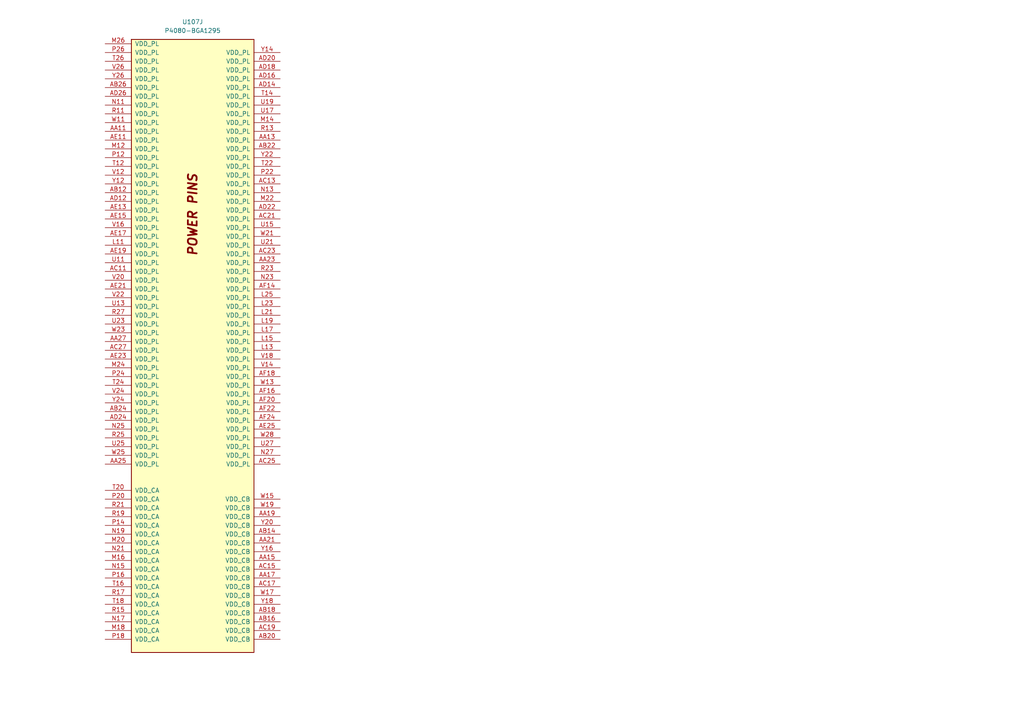
<source format=kicad_sch>
(kicad_sch (version 20250114) (generator "eeschema") (generator_version "9.0")
  (paper "A4")
  (lib_symbols
    (symbol "CPU:P4080-BGA1295" (pin_names (offset 1.016))
      (property "Reference" "U" (at 1.27 19.05 0))
      (property "Value" "P4080-BGA1295" (at 1.27 16.51 0))
      (symbol "P4080-BGA1295_1_1"
        (text "DDR SDRAM1" (at 1.27 26.67 900) (effects (font (size 2.54 2.54) (bold yes) (italic yes))))
        (pin bidirectional line (at -27.94 99.06 0) (length 7.62) (name "D1_MDQ0") (number "A17"))
        (pin bidirectional line (at -27.94 96.52 0) (length 7.62) (name "D1_MDQ1") (number "D17"))
        (pin bidirectional line (at -27.94 93.98 0) (length 7.62) (name "D1_MDQ2") (number "C14"))
        (pin bidirectional line (at -27.94 91.44 0) (length 7.62) (name "D1_MDQ3") (number "A14"))
        (pin bidirectional line (at -27.94 88.9 0) (length 7.62) (name "D1_MDQ4") (number "C17"))
        (pin bidirectional line (at -27.94 86.36 0) (length 7.62) (name "D1_MDQ5") (number "B17"))
        (pin bidirectional line (at -27.94 83.82 0) (length 7.62) (name "D1_MDQ6") (number "A15"))
        (pin bidirectional line (at -27.94 81.28 0) (length 7.62) (name "D1_MDQ7") (number "B15"))
        (pin bidirectional line (at -27.94 78.74 0) (length 7.62) (name "D1_MDQ8") (number "D15"))
        (pin bidirectional line (at -27.94 76.2 0) (length 7.62) (name "D1_MDQ9") (number "G15"))
        (pin bidirectional line (at -27.94 73.66 0) (length 7.62) (name "D1_MDQ10") (number "E12"))
        (pin bidirectional line (at -27.94 71.12 0) (length 7.62) (name "D1_MDQ11") (number "G12"))
        (pin bidirectional line (at -27.94 68.58 0) (length 7.62) (name "D1_MDQ12") (number "F16"))
        (pin bidirectional line (at -27.94 66.04 0) (length 7.62) (name "D1_MDQ13") (number "E15"))
        (pin bidirectional line (at -27.94 63.5 0) (length 7.62) (name "D1_MDQ14") (number "E13"))
        (pin bidirectional line (at -27.94 60.96 0) (length 7.62) (name "D1_MDQ15") (number "F13"))
        (pin bidirectional line (at -27.94 58.42 0) (length 7.62) (name "D1_MDQ16") (number "C8"))
        (pin bidirectional line (at -27.94 55.88 0) (length 7.62) (name "D1_MDQ17") (number "D12"))
        (pin bidirectional line (at -27.94 53.34 0) (length 7.62) (name "D1_MDQ18") (number "E9"))
        (pin bidirectional line (at -27.94 50.8 0) (length 7.62) (name "D1_MDQ19") (number "E10"))
        (pin bidirectional line (at -27.94 48.26 0) (length 7.62) (name "D1_MDQ20") (number "C11"))
        (pin bidirectional line (at -27.94 45.72 0) (length 7.62) (name "D1_MDQ21") (number "C10"))
        (pin bidirectional line (at -27.94 43.18 0) (length 7.62) (name "D1_MDQ22") (number "E6"))
        (pin bidirectional line (at -27.94 40.64 0) (length 7.62) (name "D1_MDQ23") (number "E7"))
        (pin bidirectional line (at -27.94 38.1 0) (length 7.62) (name "D1_MDQ24") (number "F7"))
        (pin bidirectional line (at -27.94 35.56 0) (length 7.62) (name "D1_MDQ25") (number "F11"))
        (pin bidirectional line (at -27.94 33.02 0) (length 7.62) (name "D1_MDQ26") (number "H10"))
        (pin bidirectional line (at -27.94 30.48 0) (length 7.62) (name "D1_MDQ27") (number "J10"))
        (pin bidirectional line (at -27.94 27.94 0) (length 7.62) (name "D1_MDQ28") (number "F10"))
        (pin bidirectional line (at -27.94 25.4 0) (length 7.62) (name "D1_MDQ29") (number "F8"))
        (pin bidirectional line (at -27.94 22.86 0) (length 7.62) (name "D1_MDQ30") (number "H7"))
        (pin bidirectional line (at -27.94 20.32 0) (length 7.62) (name "D1_MDQ31") (number "H9"))
        (pin bidirectional line (at -27.94 17.78 0) (length 7.62) (name "D1_MDQ32") (number "AC7"))
        (pin bidirectional line (at -27.94 15.24 0) (length 7.62) (name "D1_MDQ33") (number "AC6"))
        (pin bidirectional line (at -27.94 12.7 0) (length 7.62) (name "D1_MDQ34") (number "AF6"))
        (pin bidirectional line (at -27.94 10.16 0) (length 7.62) (name "D1_MDQ35") (number "AF7"))
        (pin bidirectional line (at -27.94 7.62 0) (length 7.62) (name "D1_MDQ36") (number "AB5"))
        (pin bidirectional line (at -27.94 5.08 0) (length 7.62) (name "D1_MDQ37") (number "AB6"))
        (pin bidirectional line (at -27.94 2.54 0) (length 7.62) (name "D1_MDQ38") (number "AE5"))
        (pin bidirectional line (at -27.94 0 0) (length 7.62) (name "D1_MDQ39") (number "AE6"))
        (pin bidirectional line (at -27.94 -2.54 0) (length 7.62) (name "D1_MDQ40") (number "AG5"))
        (pin bidirectional line (at -27.94 -5.08 0) (length 7.62) (name "D1_MDQ41") (number "AH9"))
        (pin bidirectional line (at -27.94 -7.62 0) (length 7.62) (name "D1_MDQ42") (number "AJ9"))
        (pin bidirectional line (at -27.94 -10.16 0) (length 7.62) (name "D1_MDQ43") (number "AJ10"))
        (pin bidirectional line (at -27.94 -12.7 0) (length 7.62) (name "D1_MDQ44") (number "AG8"))
        (pin bidirectional line (at -27.94 -15.24 0) (length 7.62) (name "D1_MDQ45") (number "AG7"))
        (pin bidirectional line (at -27.94 -17.78 0) (length 7.62) (name "D1_MDQ46") (number "AJ6"))
        (pin bidirectional line (at -27.94 -20.32 0) (length 7.62) (name "D1_MDQ47") (number "AJ7"))
        (pin bidirectional line (at -27.94 -22.86 0) (length 7.62) (name "D1_MDQ48") (number "AL9"))
        (pin bidirectional line (at -27.94 -25.4 0) (length 7.62) (name "D1_MDQ49") (number "AL8"))
        (pin bidirectional line (at -27.94 -27.94 0) (length 7.62) (name "D1_MDQ50") (number "AN10"))
        (pin bidirectional line (at -27.94 -30.48 0) (length 7.62) (name "D1_MDQ51") (number "AN11"))
        (pin bidirectional line (at -27.94 -33.02 0) (length 7.62) (name "D1_MDQ52") (number "AK8"))
        (pin bidirectional line (at -27.94 -35.56 0) (length 7.62) (name "D1_MDQ53") (number "AK7"))
        (pin bidirectional line (at -27.94 -38.1 0) (length 7.62) (name "D1_MDQ54") (number "AN7"))
        (pin bidirectional line (at -27.94 -40.64 0) (length 7.62) (name "D1_MDQ55") (number "AN8"))
        (pin bidirectional line (at -27.94 -43.18 0) (length 7.62) (name "D1_MDQ56") (number "AT9"))
        (pin bidirectional line (at -27.94 -45.72 0) (length 7.62) (name "D1_MDQ57") (number "AR10"))
        (pin bidirectional line (at -27.94 -48.26 0) (length 7.62) (name "D1_MDQ58") (number "AT13"))
        (pin bidirectional line (at -27.94 -50.8 0) (length 7.62) (name "D1_MDQ59") (number "AR13"))
        (pin bidirectional line (at -27.94 -53.34 0) (length 7.62) (name "D1_MDQ60") (number "AP9"))
        (pin bidirectional line (at -27.94 -55.88 0) (length 7.62) (name "D1_MDQ61") (number "AR9"))
        (pin bidirectional line (at -27.94 -58.42 0) (length 7.62) (name "D1_MDQ62") (number "AR12"))
        (pin bidirectional line (at -27.94 -60.96 0) (length 7.62) (name "D1_MDQ63") (number "AP12"))
        (pin bidirectional line (at -27.94 -64.77 0) (length 7.62) (name "D1_MECC0") (number "K9"))
        (pin bidirectional line (at -27.94 -67.31 0) (length 7.62) (name "D1_MECC1") (number "J5"))
        (pin bidirectional line (at -27.94 -69.85 0) (length 7.62) (name "D1_MECC2") (number "L10"))
        (pin bidirectional line (at -27.94 -72.39 0) (length 7.62) (name "D1_MECC3") (number "M10"))
        (pin bidirectional line (at -27.94 -74.93 0) (length 7.62) (name "D1_MECC4") (number "J8"))
        (pin bidirectional line (at -27.94 -77.47 0) (length 7.62) (name "D1_MECC5") (number "J7"))
        (pin bidirectional line (at -27.94 -80.01 0) (length 7.62) (name "D1_MECC6") (number "L7"))
        (pin bidirectional line (at -27.94 -82.55 0) (length 7.62) (name "D1_MECC7") (number "L9"))
        (pin input line (at -27.94 -86.36 0) (length 7.62) (name "/D1_MAPAR_ERR") (number "N8"))
        (pin output line (at -27.94 -88.9 0) (length 7.62) (name "D1_MAPAR_OUT") (number "Y7"))
        (pin bidirectional line (at -27.94 -92.71 0) (length 7.62) (name "D1_MDIC0") (number "T6"))
        (pin bidirectional line (at -27.94 -95.25 0) (length 7.62) (name "D1_MDIC1") (number "AA5"))
        (pin output line (at 30.48 99.06 180) (length 7.62) (name "D1_MBA0") (number "AA8"))
        (pin output line (at 30.48 96.52 180) (length 7.62) (name "D1_MBA1") (number "Y10"))
        (pin output line (at 30.48 93.98 180) (length 7.62) (name "D1_MBA2") (number "M8"))
        (pin output line (at 30.48 90.17 180) (length 7.62) (name "D1_MA0") (number "Y9"))
        (pin output line (at 30.48 87.63 180) (length 7.62) (name "D1_MA1") (number "U6"))
        (pin output line (at 30.48 85.09 180) (length 7.62) (name "D1_MA2") (number "U7"))
        (pin output line (at 30.48 82.55 180) (length 7.62) (name "D1_MA3") (number "U9"))
        (pin output line (at 30.48 80.01 180) (length 7.62) (name "D1_MA4") (number "U10"))
        (pin output line (at 30.48 77.47 180) (length 7.62) (name "D1_MA5") (number "T8"))
        (pin output line (at 30.48 74.93 180) (length 7.62) (name "D1_MA6") (number "T9"))
        (pin output line (at 30.48 72.39 180) (length 7.62) (name "D1_MA7") (number "R8"))
        (pin output line (at 30.48 69.85 180) (length 7.62) (name "D1_MA8") (number "R7"))
        (pin output line (at 30.48 67.31 180) (length 7.62) (name "D1_MA9") (number "P6"))
        (pin output line (at 30.48 64.77 180) (length 7.62) (name "D1_MA10") (number "AA7"))
        (pin output line (at 30.48 62.23 180) (length 7.62) (name "D1_MA11") (number "P7"))
        (pin output line (at 30.48 59.69 180) (length 7.62) (name "D1_MA12") (number "N6"))
        (pin output line (at 30.48 57.15 180) (length 7.62) (name "D1_MA13") (number "AE8"))
        (pin output line (at 30.48 54.61 180) (length 7.62) (name "D1_MA14") (number "M7"))
        (pin output line (at 30.48 52.07 180) (length 7.62) (name "D1_MA15") (number "L6"))
        (pin output line (at 30.48 48.26 180) (length 7.62) (name "/D1_MWE") (number "AB8"))
        (pin output line (at 30.48 45.72 180) (length 7.62) (name "/D1_MRAS") (number "AA10"))
        (pin output line (at 30.48 43.18 180) (length 7.62) (name "/D1_MCAS") (number "AC10"))
        (pin output line (at 30.48 39.37 180) (length 7.62) (name "/D1_MCS0") (number "AC9"))
        (pin output line (at 30.48 36.83 180) (length 7.62) (name "/D1_MCS1") (number "AE9"))
        (pin output line (at 30.48 34.29 180) (length 7.62) (name "/D1_MCS2") (number "AB9"))
        (pin output line (at 30.48 31.75 180) (length 7.62) (name "/D1_MCS3") (number "AF9"))
        (pin output line (at 30.48 27.94 180) (length 7.62) (name "D1_MCKE0") (number "P10"))
        (pin output line (at 30.48 25.4 180) (length 7.62) (name "D1_MCKE1") (number "R10"))
        (pin output line (at 30.48 22.86 180) (length 7.62) (name "D1_MCKE2") (number "P9"))
        (pin output line (at 30.48 20.32 180) (length 7.62) (name "D1_MCKE3") (number "N9"))
        (pin output line (at 30.48 16.51 180) (length 7.62) (name "D1_MCK0") (number "W6"))
        (pin output line (at 30.48 13.97 180) (length 7.62) (name "D1_MCK1") (number "V6"))
        (pin output line (at 30.48 11.43 180) (length 7.62) (name "D1_MCK2") (number "V8"))
        (pin output line (at 30.48 8.89 180) (length 7.62) (name "D1_MCK3") (number "W9"))
        (pin output line (at 30.48 6.35 180) (length 7.62) (name "D1_MCK4") (number "F1"))
        (pin output line (at 30.48 3.81 180) (length 7.62) (name "D1_MCK5") (number "AL1"))
        (pin output line (at 30.48 0 180) (length 7.62) (name "/D1_MCK0") (number "W5"))
        (pin output line (at 30.48 -2.54 180) (length 7.62) (name "/D1_MCK1") (number "V5"))
        (pin output line (at 30.48 -5.08 180) (length 7.62) (name "/D1_MCK2") (number "V9"))
        (pin output line (at 30.48 -7.62 180) (length 7.62) (name "/D1_MCK3") (number "W8"))
        (pin output line (at 30.48 -10.16 180) (length 7.62) (name "/D1_MCK4") (number "F2"))
        (pin output line (at 30.48 -12.7 180) (length 7.62) (name "/D1_MCK5") (number "AL2"))
        (pin output line (at 30.48 -16.51 180) (length 7.62) (name "D1_MODT0") (number "AD10"))
        (pin output line (at 30.48 -19.05 180) (length 7.62) (name "D1_MODT1") (number "AG10"))
        (pin output line (at 30.48 -21.59 180) (length 7.62) (name "D1_MODT2") (number "AD8"))
        (pin output line (at 30.48 -24.13 180) (length 7.62) (name "D1_MODT3") (number "AF10"))
        (pin output line (at 30.48 -27.94 180) (length 7.62) (name "D1_MDM0") (number "A16"))
        (pin output line (at 30.48 -30.48 180) (length 7.62) (name "D1_MDM1") (number "D14"))
        (pin output line (at 30.48 -33.02 180) (length 7.62) (name "D1_MDM2") (number "D11"))
        (pin output line (at 30.48 -35.56 180) (length 7.62) (name "D1_MDM3") (number "G11"))
        (pin output line (at 30.48 -38.1 180) (length 7.62) (name "D1_MDM4") (number "AD7"))
        (pin output line (at 30.48 -40.64 180) (length 7.62) (name "D1_MDM5") (number "AH8"))
        (pin output line (at 30.48 -43.18 180) (length 7.62) (name "D1_MDM6") (number "AL11"))
        (pin output line (at 30.48 -45.72 180) (length 7.62) (name "D1_MDM7") (number "AT10"))
        (pin output line (at 30.48 -48.26 180) (length 7.62) (name "D1_MDM8") (number "K8"))
        (pin bidirectional line (at 30.48 -52.07 180) (length 7.62) (name "D1_MDQS0") (number "C16"))
        (pin bidirectional line (at 30.48 -54.61 180) (length 7.62) (name "D1_MDQS1") (number "G14"))
        (pin bidirectional line (at 30.48 -57.15 180) (length 7.62) (name "D1_MDQS2") (number "D9"))
        (pin bidirectional line (at 30.48 -59.69 180) (length 7.62) (name "D1_MDQS3") (number "G9"))
        (pin bidirectional line (at 30.48 -62.23 180) (length 7.62) (name "D1_MDQS4") (number "AD5"))
        (pin bidirectional line (at 30.48 -64.77 180) (length 7.62) (name "D1_MDQS5") (number "AH6"))
        (pin bidirectional line (at 30.48 -67.31 180) (length 7.62) (name "D1_MDQS6") (number "AM10"))
        (pin bidirectional line (at 30.48 -69.85 180) (length 7.62) (name "D1_MDQS7") (number "AT12"))
        (pin bidirectional line (at 30.48 -72.39 180) (length 7.62) (name "D1_MDQS8") (number "K6"))
        (pin bidirectional line (at 30.48 -76.2 180) (length 7.62) (name "/D1_MDQS0") (number "B16"))
        (pin bidirectional line (at 30.48 -78.74 180) (length 7.62) (name "/D1_MDQS1") (number "F14"))
        (pin bidirectional line (at 30.48 -81.28 180) (length 7.62) (name "/D1_MDQS2") (number "D8"))
        (pin bidirectional line (at 30.48 -83.82 180) (length 7.62) (name "/D1_MDQS3") (number "G8"))
        (pin bidirectional line (at 30.48 -86.36 180) (length 7.62) (name "/D1_MDQS4") (number "AD4"))
        (pin bidirectional line (at 30.48 -88.9 180) (length 7.62) (name "/D1_MDQS5") (number "AH5"))
        (pin bidirectional line (at 30.48 -91.44 180) (length 7.62) (name "/D1_MDQS6") (number "AM9"))
        (pin bidirectional line (at 30.48 -93.98 180) (length 7.62) (name "/D1_MDQS7") (number "AT11"))
        (pin bidirectional line (at 30.48 -96.52 180) (length 7.62) (name "/D1_MDQS8") (number "K5"))
      )
      (symbol "P4080-BGA1295_2_1"
        (text "DDR SDRAM2" (at 1.27 26.67 900) (effects (font (size 2.54 2.54) (bold yes) (italic yes))))
        (pin bidirectional line (at -27.94 99.06 0) (length 7.62) (name "D2_MDQ0") (number "C13"))
        (pin bidirectional line (at -27.94 96.52 0) (length 7.62) (name "D2_MDQ1") (number "A12"))
        (pin bidirectional line (at -27.94 93.98 0) (length 7.62) (name "D2_MDQ2") (number "B9"))
        (pin bidirectional line (at -27.94 91.44 0) (length 7.62) (name "D2_MDQ3") (number "A8"))
        (pin bidirectional line (at -27.94 88.9 0) (length 7.62) (name "D2_MDQ4") (number "A13"))
        (pin bidirectional line (at -27.94 86.36 0) (length 7.62) (name "D2_MDQ5") (number "B13"))
        (pin bidirectional line (at -27.94 83.82 0) (length 7.62) (name "D2_MDQ6") (number "B10"))
        (pin bidirectional line (at -27.94 81.28 0) (length 7.62) (name "D2_MDQ7") (number "A9"))
        (pin bidirectional line (at -27.94 78.74 0) (length 7.62) (name "D2_MDQ8") (number "A7"))
        (pin bidirectional line (at -27.94 76.2 0) (length 7.62) (name "D2_MDQ9") (number "D6"))
        (pin bidirectional line (at -27.94 73.66 0) (length 7.62) (name "D2_MDQ10") (number "A4"))
        (pin bidirectional line (at -27.94 71.12 0) (length 7.62) (name "D2_MDQ11") (number "B4"))
        (pin bidirectional line (at -27.94 68.58 0) (length 7.62) (name "D2_MDQ12") (number "C7"))
        (pin bidirectional line (at -27.94 66.04 0) (length 7.62) (name "D2_MDQ13") (number "B7"))
        (pin bidirectional line (at -27.94 63.5 0) (length 7.62) (name "D2_MDQ14") (number "C5"))
        (pin bidirectional line (at -27.94 60.96 0) (length 7.62) (name "D2_MDQ15") (number "D5"))
        (pin bidirectional line (at -27.94 58.42 0) (length 7.62) (name "D2_MDQ16") (number "B1"))
        (pin bidirectional line (at -27.94 55.88 0) (length 7.62) (name "D2_MDQ17") (number "B3"))
        (pin bidirectional line (at -27.94 53.34 0) (length 7.62) (name "D2_MDQ18") (number "D3"))
        (pin bidirectional line (at -27.94 50.8 0) (length 7.62) (name "D2_MDQ19") (number "E1"))
        (pin bidirectional line (at -27.94 48.26 0) (length 7.62) (name "D2_MDQ20") (number "A3"))
        (pin bidirectional line (at -27.94 45.72 0) (length 7.62) (name "D2_MDQ21") (number "A2"))
        (pin bidirectional line (at -27.94 43.18 0) (length 7.62) (name "D2_MDQ22") (number "D1"))
        (pin bidirectional line (at -27.94 40.64 0) (length 7.62) (name "D2_MDQ23") (number "D2"))
        (pin bidirectional line (at -27.94 38.1 0) (length 7.62) (name "D2_MDQ24") (number "F4"))
        (pin bidirectional line (at -27.94 35.56 0) (length 7.62) (name "D2_MDQ25") (number "F5"))
        (pin bidirectional line (at -27.94 33.02 0) (length 7.62) (name "D2_MDQ26") (number "H4"))
        (pin bidirectional line (at -27.94 30.48 0) (length 7.62) (name "D2_MDQ27") (number "H6"))
        (pin bidirectional line (at -27.94 27.94 0) (length 7.62) (name "D2_MDQ28") (number "E4"))
        (pin bidirectional line (at -27.94 25.4 0) (length 7.62) (name "D2_MDQ29") (number "E3"))
        (pin bidirectional line (at -27.94 22.86 0) (length 7.62) (name "D2_MDQ30") (number "H3"))
        (pin bidirectional line (at -27.94 20.32 0) (length 7.62) (name "D2_MDQ31") (number "H1"))
        (pin bidirectional line (at -27.94 17.78 0) (length 7.62) (name "D2_MDQ32") (number "AG4"))
        (pin bidirectional line (at -27.94 15.24 0) (length 7.62) (name "D2_MDQ33") (number "AG2"))
        (pin bidirectional line (at -27.94 12.7 0) (length 7.62) (name "D2_MDQ34") (number "AJ3"))
        (pin bidirectional line (at -27.94 10.16 0) (length 7.62) (name "D2_MDQ35") (number "AJ1"))
        (pin bidirectional line (at -27.94 7.62 0) (length 7.62) (name "D2_MDQ36") (number "AF4"))
        (pin bidirectional line (at -27.94 5.08 0) (length 7.62) (name "D2_MDQ37") (number "AF3"))
        (pin bidirectional line (at -27.94 2.54 0) (length 7.62) (name "D2_MDQ38") (number "AH1"))
        (pin bidirectional line (at -27.94 0 0) (length 7.62) (name "D2_MDQ39") (number "AJ4"))
        (pin bidirectional line (at -27.94 -2.54 0) (length 7.62) (name "D2_MDQ40") (number "AL6"))
        (pin bidirectional line (at -27.94 -5.08 0) (length 7.62) (name "D2_MDQ41") (number "AL5"))
        (pin bidirectional line (at -27.94 -7.62 0) (length 7.62) (name "D2_MDQ42") (number "AN4"))
        (pin bidirectional line (at -27.94 -10.16 0) (length 7.62) (name "D2_MDQ43") (number "AN5"))
        (pin bidirectional line (at -27.94 -12.7 0) (length 7.62) (name "D2_MDQ44") (number "AK5"))
        (pin bidirectional line (at -27.94 -15.24 0) (length 7.62) (name "D2_MDQ45") (number "AK4"))
        (pin bidirectional line (at -27.94 -17.78 0) (length 7.62) (name "D2_MDQ46") (number "AM6"))
        (pin bidirectional line (at -27.94 -20.32 0) (length 7.62) (name "D2_MDQ47") (number "AM7"))
        (pin bidirectional line (at -27.94 -22.86 0) (length 7.62) (name "D2_MDQ48") (number "AN1"))
        (pin bidirectional line (at -27.94 -25.4 0) (length 7.62) (name "D2_MDQ49") (number "AP3"))
        (pin bidirectional line (at -27.94 -27.94 0) (length 7.62) (name "D2_MDQ50") (number "AT1"))
        (pin bidirectional line (at -27.94 -30.48 0) (length 7.62) (name "D2_MDQ51") (number "AT2"))
        (pin bidirectional line (at -27.94 -33.02 0) (length 7.62) (name "D2_MDQ52") (number "AM1"))
        (pin bidirectional line (at -27.94 -35.56 0) (length 7.62) (name "D2_MDQ53") (number "AN2"))
        (pin bidirectional line (at -27.94 -38.1 0) (length 7.62) (name "D2_MDQ54") (number "AR3"))
        (pin bidirectional line (at -27.94 -40.64 0) (length 7.62) (name "D2_MDQ55") (number "AT3"))
        (pin bidirectional line (at -27.94 -43.18 0) (length 7.62) (name "D2_MDQ56") (number "AP5"))
        (pin bidirectional line (at -27.94 -45.72 0) (length 7.62) (name "D2_MDQ57") (number "AT5"))
        (pin bidirectional line (at -27.94 -48.26 0) (length 7.62) (name "D2_MDQ58") (number "AP8"))
        (pin bidirectional line (at -27.94 -50.8 0) (length 7.62) (name "D2_MDQ59") (number "AT8"))
        (pin bidirectional line (at -27.94 -53.34 0) (length 7.62) (name "D2_MDQ60") (number "AR4"))
        (pin bidirectional line (at -27.94 -55.88 0) (length 7.62) (name "D2_MDQ61") (number "AT4"))
        (pin bidirectional line (at -27.94 -58.42 0) (length 7.62) (name "D2_MDQ62") (number "AR7"))
        (pin bidirectional line (at -27.94 -60.96 0) (length 7.62) (name "D2_MDQ63") (number "AT7"))
        (pin bidirectional line (at -27.94 -64.77 0) (length 7.62) (name "D2_MECC0") (number "J1"))
        (pin bidirectional line (at -27.94 -67.31 0) (length 7.62) (name "D2_MECC1") (number "K3"))
        (pin bidirectional line (at -27.94 -69.85 0) (length 7.62) (name "D2_MECC2") (number "M5"))
        (pin bidirectional line (at -27.94 -72.39 0) (length 7.62) (name "D2_MECC3") (number "N5"))
        (pin bidirectional line (at -27.94 -74.93 0) (length 7.62) (name "D2_MECC4") (number "J4"))
        (pin bidirectional line (at -27.94 -77.47 0) (length 7.62) (name "D2_MECC5") (number "J2"))
        (pin bidirectional line (at -27.94 -80.01 0) (length 7.62) (name "D2_MECC6") (number "L3"))
        (pin bidirectional line (at -27.94 -82.55 0) (length 7.62) (name "D2_MECC7") (number "L4"))
        (pin input line (at -27.94 -86.36 0) (length 7.62) (name "/D2_MAPA_ERR") (number "N2"))
        (pin output line (at -27.94 -88.9 0) (length 7.62) (name "D2_MAPAR_OUT") (number "Y1"))
        (pin bidirectional line (at -27.94 -92.71 0) (length 7.62) (name "D2_MDIC0") (number "AA4"))
        (pin bidirectional line (at -27.94 -95.25 0) (length 7.62) (name "D2_MDIC1") (number "Y6"))
        (pin output line (at 30.48 99.06 180) (length 7.62) (name "D2_MBA0") (number "AA3"))
        (pin output line (at 30.48 96.52 180) (length 7.62) (name "D2_MBA1") (number "AA1"))
        (pin output line (at 30.48 93.98 180) (length 7.62) (name "D2_MBA2") (number "M1"))
        (pin output line (at 30.48 90.17 180) (length 7.62) (name "D2_MA0") (number "Y4"))
        (pin output line (at 30.48 87.63 180) (length 7.62) (name "D2_MA1") (number "U1"))
        (pin output line (at 30.48 85.09 180) (length 7.62) (name "D2_MA2") (number "U4"))
        (pin output line (at 30.48 82.55 180) (length 7.62) (name "D2_MA3") (number "T1"))
        (pin output line (at 30.48 80.01 180) (length 7.62) (name "D2_MA4") (number "T2"))
        (pin output line (at 30.48 77.47 180) (length 7.62) (name "D2_MA5") (number "T3"))
        (pin output line (at 30.48 74.93 180) (length 7.62) (name "D2_MA6") (number "R1"))
        (pin output line (at 30.48 72.39 180) (length 7.62) (name "D2_MA7") (number "R4"))
        (pin output line (at 30.48 69.85 180) (length 7.62) (name "D2_MA8") (number "R2"))
        (pin output line (at 30.48 67.31 180) (length 7.62) (name "D2_MA9") (number "P1"))
        (pin output line (at 30.48 64.77 180) (length 7.62) (name "D2_MA10") (number "AA2"))
        (pin output line (at 30.48 62.23 180) (length 7.62) (name "D2_MA11") (number "P3"))
        (pin output line (at 30.48 59.69 180) (length 7.62) (name "D2_MA12") (number "N1"))
        (pin output line (at 30.48 57.15 180) (length 7.62) (name "D2_MA13") (number "AC4"))
        (pin output line (at 30.48 54.61 180) (length 7.62) (name "D2_MA14") (number "N3"))
        (pin output line (at 30.48 52.07 180) (length 7.62) (name "D2_MA15") (number "M2"))
        (pin output line (at 30.48 48.26 180) (length 7.62) (name "/D2_MWE") (number "AB2"))
        (pin output line (at 30.48 45.72 180) (length 7.62) (name "/D2_MRAS") (number "AB1"))
        (pin output line (at 30.48 43.18 180) (length 7.62) (name "/D2_MCAS") (number "AC3"))
        (pin output line (at 30.48 39.37 180) (length 7.62) (name "/D2_MCS0") (number "AC1"))
        (pin output line (at 30.48 36.83 180) (length 7.62) (name "/D2_MCS1") (number "AE1"))
        (pin output line (at 30.48 34.29 180) (length 7.62) (name "/D2_MCS2") (number "AB3"))
        (pin output line (at 30.48 31.75 180) (length 7.62) (name "/D2_MCS3") (number "AE2"))
        (pin output line (at 30.48 27.94 180) (length 7.62) (name "D2_MCKE0") (number "R5"))
        (pin output line (at 30.48 25.4 180) (length 7.62) (name "D2_MCKE1") (number "T5"))
        (pin output line (at 30.48 22.86 180) (length 7.62) (name "D2_MCKE2") (number "P4"))
        (pin output line (at 30.48 20.32 180) (length 7.62) (name "D2_MCKE3") (number "M4"))
        (pin output line (at 30.48 16.51 180) (length 7.62) (name "D2_MCK0") (number "W3"))
        (pin output line (at 30.48 13.97 180) (length 7.62) (name "D2_MCK1") (number "V3"))
        (pin output line (at 30.48 11.43 180) (length 7.62) (name "D2_MCK2") (number "V1"))
        (pin output line (at 30.48 8.89 180) (length 7.62) (name "D2_MCK3") (number "W2"))
        (pin output line (at 30.48 6.35 180) (length 7.62) (name "D2_MCK4") (number "G1"))
        (pin output line (at 30.48 3.81 180) (length 7.62) (name "D2_MCK5") (number "AK2"))
        (pin output line (at 30.48 0 180) (length 7.62) (name "/D2_MCK0") (number "W4"))
        (pin output line (at 30.48 -2.54 180) (length 7.62) (name "/D2_MCK1") (number "V4"))
        (pin output line (at 30.48 -5.08 180) (length 7.62) (name "/D2_MCK2") (number "V2"))
        (pin output line (at 30.48 -7.62 180) (length 7.62) (name "/D2_MCK3") (number "W1"))
        (pin output line (at 30.48 -10.16 180) (length 7.62) (name "/D2_MCK4") (number "G2"))
        (pin output line (at 30.48 -12.7 180) (length 7.62) (name "/D2_MCK5") (number "AK1"))
        (pin output line (at 30.48 -16.51 180) (length 7.62) (name "D2_MODT0") (number "AD2"))
        (pin output line (at 30.48 -19.05 180) (length 7.62) (name "D2_MODT1") (number "AF1"))
        (pin output line (at 30.48 -21.59 180) (length 7.62) (name "D2_MODT2") (number "AD1"))
        (pin output line (at 30.48 -24.13 180) (length 7.62) (name "D2_MODT3") (number "AE3"))
        (pin output line (at 30.48 -27.94 180) (length 7.62) (name "D2_MDM0") (number "B12"))
        (pin output line (at 30.48 -30.48 180) (length 7.62) (name "D2_MDM1") (number "B6"))
        (pin output line (at 30.48 -33.02 180) (length 7.62) (name "D2_MDM2") (number "C4"))
        (pin output line (at 30.48 -35.56 180) (length 7.62) (name "D2_MDM3") (number "G3"))
        (pin output line (at 30.48 -38.1 180) (length 7.62) (name "D2_MDM4") (number "AG1"))
        (pin output line (at 30.48 -40.64 180) (length 7.62) (name "D2_MDM5") (number "AL3"))
        (pin output line (at 30.48 -43.18 180) (length 7.62) (name "D2_MDM6") (number "AP2"))
        (pin output line (at 30.48 -45.72 180) (length 7.62) (name "D2_MDM7") (number "AP6"))
        (pin output line (at 30.48 -48.26 180) (length 7.62) (name "D2_MDM8") (number "K2"))
        (pin bidirectional line (at 30.48 -52.07 180) (length 7.62) (name "D2_MDQS0") (number "A10"))
        (pin bidirectional line (at 30.48 -54.61 180) (length 7.62) (name "D2_MDQS1") (number "A5"))
        (pin bidirectional line (at 30.48 -57.15 180) (length 7.62) (name "D2_MDQS2") (number "C2"))
        (pin bidirectional line (at 30.48 -59.69 180) (length 7.62) (name "D2_MDQS3") (number "G6"))
        (pin bidirectional line (at 30.48 -62.23 180) (length 7.62) (name "D2_MDQS4") (number "AH2"))
        (pin bidirectional line (at 30.48 -64.77 180) (length 7.62) (name "D2_MDQS5") (number "AM4"))
        (pin bidirectional line (at 30.48 -67.31 180) (length 7.62) (name "D2_MDQS6") (number "AR1"))
        (pin bidirectional line (at 30.48 -69.85 180) (length 7.62) (name "D2_MDQS7") (number "AR6"))
        (pin bidirectional line (at 30.48 -72.39 180) (length 7.62) (name "D2_MDQS8") (number "L1"))
        (pin bidirectional line (at 30.48 -76.2 180) (length 7.62) (name "/D2_MDQS0") (number "A11"))
        (pin bidirectional line (at 30.48 -78.74 180) (length 7.62) (name "/D2_MDQS1") (number "A6"))
        (pin bidirectional line (at 30.48 -81.28 180) (length 7.62) (name "/D2_MDQS2") (number "C1"))
        (pin bidirectional line (at 30.48 -83.82 180) (length 7.62) (name "/D2_MDQS3") (number "G5"))
        (pin bidirectional line (at 30.48 -86.36 180) (length 7.62) (name "/D2_MDQS4") (number "AH3"))
        (pin bidirectional line (at 30.48 -88.9 180) (length 7.62) (name "/D2_MDQS5") (number "AM3"))
        (pin bidirectional line (at 30.48 -91.44 180) (length 7.62) (name "/D2_MDQS6") (number "AP1"))
        (pin bidirectional line (at 30.48 -93.98 180) (length 7.62) (name "/D2_MDQS7") (number "AT6"))
        (pin bidirectional line (at 30.48 -96.52 180) (length 7.62) (name "/D2_MDQS8") (number "K1"))
      )
      (symbol "P4080-BGA1295_3_1"
        (text "PROG INTERRUPT" (at -13.97 -5.08 0) (effects (font (size 1.27 1.27) (bold yes) (italic yes))))
        (text "CONTROLLER" (at -13.97 -7.62 0) (effects (font (size 1.27 1.27) (bold yes) (italic yes))))
        (text "GENERAL-PURPOSE" (at -8.89 -64.77 0) (effects (font (size 1.524 1.524) (bold yes) (italic yes))))
        (text "INPUT/OUTPUT" (at -8.89 -68.58 0) (effects (font (size 1.524 1.524) (bold yes) (italic yes))))
        (text "LOCAL BUS CONTROLLER" (at 0 69.85 0) (effects (font (size 1.524 1.524) (bold yes) (italic yes))))
        (text "INTERFACE" (at 0 66.04 0) (effects (font (size 1.524 1.524) (bold yes) (italic yes))))
        (text "DMA" (at 0 7.62 0) (effects (font (size 1.524 1.524) (bold yes) (italic yes))))
        (pin bidirectional line (at -30.48 86.36 0) (length 7.62) (name "LAD0") (number "K26"))
        (pin bidirectional line (at -30.48 83.82 0) (length 7.62) (name "LAD1") (number "L26"))
        (pin bidirectional line (at -30.48 81.28 0) (length 7.62) (name "LAD2") (number "J26"))
        (pin bidirectional line (at -30.48 78.74 0) (length 7.62) (name "LAD3") (number "H25"))
        (pin bidirectional line (at -30.48 76.2 0) (length 7.62) (name "LAD4") (number "F25"))
        (pin bidirectional line (at -30.48 73.66 0) (length 7.62) (name "LAD5") (number "H24"))
        (pin bidirectional line (at -30.48 71.12 0) (length 7.62) (name "LAD6") (number "G24"))
        (pin bidirectional line (at -30.48 68.58 0) (length 7.62) (name "LAD7") (number "G23"))
        (pin bidirectional line (at -30.48 66.04 0) (length 7.62) (name "LAD8") (number "E23"))
        (pin bidirectional line (at -30.48 63.5 0) (length 7.62) (name "LAD9") (number "D23"))
        (pin bidirectional line (at -30.48 60.96 0) (length 7.62) (name "LAD10") (number "J22"))
        (pin bidirectional line (at -30.48 58.42 0) (length 7.62) (name "LAD11") (number "G22"))
        (pin bidirectional line (at -30.48 55.88 0) (length 7.62) (name "LAD12") (number "F19"))
        (pin bidirectional line (at -30.48 53.34 0) (length 7.62) (name "LAD13") (number "J18"))
        (pin bidirectional line (at -30.48 50.8 0) (length 7.62) (name "LAD14") (number "K18"))
        (pin bidirectional line (at -30.48 48.26 0) (length 7.62) (name "LAD15") (number "J17"))
        (pin bidirectional line (at -30.48 43.18 0) (length 7.62) (name "LDP0") (number "J24"))
        (pin bidirectional line (at -30.48 40.64 0) (length 7.62) (name "LDP1") (number "K23"))
        (pin output line (at -30.48 35.56 0) (length 7.62) (name "LGPL0") (number "B25"))
        (pin output line (at -30.48 33.02 0) (length 7.62) (name "LGPL1") (number "E25"))
        (pin output line (at -30.48 30.48 0) (length 7.62) (name "LGPL2") (number "D25"))
        (pin output line (at -30.48 27.94 0) (length 7.62) (name "LGPL3") (number "H26"))
        (pin bidirectional line (at -30.48 25.4 0) (length 7.62) (name "LGPL4") (number "C25"))
        (pin output line (at -30.48 22.86 0) (length 7.62) (name "LGPL5") (number "E26"))
        (pin output line (at -30.48 16.51 0) (length 7.62) (name "LCLK0") (number "C24"))
        (pin output line (at -30.48 13.97 0) (length 7.62) (name "LCLK1") (number "C23"))
        (pin input line (at -30.48 -10.16 0) (length 7.62) (name "IRQ0") (number "AJ16"))
        (pin input line (at -30.48 -12.7 0) (length 7.62) (name "IRQ1") (number "AH16"))
        (pin input line (at -30.48 -15.24 0) (length 7.62) (name "IRQ2") (number "AK12"))
        (pin input line (at -30.48 -17.78 0) (length 7.62) (name "IRQ3/GPIO21") (number "AJ15"))
        (pin input line (at -30.48 -20.32 0) (length 7.62) (name "IRQ4/GPIO22") (number "AH17"))
        (pin input line (at -30.48 -22.86 0) (length 7.62) (name "IRQ5/GPIO23") (number "AJ13"))
        (pin input line (at -30.48 -25.4 0) (length 7.62) (name "IRQ6/GPIO24") (number "AG17"))
        (pin input line (at -30.48 -27.94 0) (length 7.62) (name "IRQ7/GPIO25") (number "AM13"))
        (pin input line (at -30.48 -30.48 0) (length 7.62) (name "IRQ8/GPIO26") (number "AG13"))
        (pin input line (at -30.48 -33.02 0) (length 7.62) (name "IRQ9/GPIO27") (number "AK11"))
        (pin input line (at -30.48 -38.1 0) (length 7.62) (name "IRQ11/GPIO29") (number "AL12"))
        (pin output line (at -30.48 -41.91 0) (length 7.62) (name "/IRQ_OUT/EVT9") (number "AK14"))
        (pin input line (at -30.48 -45.72 0) (length 7.62) (name "/TMP_DETECT") (number "AN19"))
        (pin output line (at 30.48 86.36 180) (length 7.62) (name "LA16") (number "J25"))
        (pin output line (at 30.48 83.82 180) (length 7.62) (name "LA17") (number "G25"))
        (pin output line (at 30.48 81.28 180) (length 7.62) (name "LA18") (number "H23"))
        (pin output line (at 30.48 78.74 180) (length 7.62) (name "LA19") (number "F22"))
        (pin output line (at 30.48 76.2 180) (length 7.62) (name "LA20") (number "H22"))
        (pin output line (at 30.48 73.66 180) (length 7.62) (name "LA21") (number "E21"))
        (pin output line (at 30.48 71.12 180) (length 7.62) (name "LA22") (number "F21"))
        (pin output line (at 30.48 68.58 180) (length 7.62) (name "LA23") (number "H21"))
        (pin output line (at 30.48 66.04 180) (length 7.62) (name "LA24") (number "K21"))
        (pin output line (at 30.48 63.5 180) (length 7.62) (name "LA25") (number "G20"))
        (pin output line (at 30.48 60.96 180) (length 7.62) (name "LA26") (number "J20"))
        (pin output line (at 30.48 58.42 180) (length 7.62) (name "LA27") (number "K20"))
        (pin output line (at 30.48 55.88 180) (length 7.62) (name "LA28") (number "G19"))
        (pin output line (at 30.48 53.34 180) (length 7.62) (name "LA29") (number "H19"))
        (pin output line (at 30.48 50.8 180) (length 7.62) (name "LA30") (number "J19"))
        (pin output line (at 30.48 48.26 180) (length 7.62) (name "LA31") (number "G18"))
        (pin output line (at 30.48 44.45 180) (length 7.62) (name "/LCS0") (number "D19"))
        (pin output line (at 30.48 41.91 180) (length 7.62) (name "/LCS1") (number "D20"))
        (pin output line (at 30.48 39.37 180) (length 7.62) (name "/LCS2") (number "E20"))
        (pin output line (at 30.48 36.83 180) (length 7.62) (name "/LCS3") (number "D21"))
        (pin output line (at 30.48 34.29 180) (length 7.62) (name "/LCS4") (number "D22"))
        (pin output line (at 30.48 31.75 180) (length 7.62) (name "/LCS5") (number "B23"))
        (pin output line (at 30.48 29.21 180) (length 7.62) (name "/LCS6") (number "F24"))
        (pin output line (at 30.48 26.67 180) (length 7.62) (name "/LCS7") (number "G26"))
        (pin output line (at 30.48 22.86 180) (length 7.62) (name "/LWE0") (number "D24"))
        (pin output line (at 30.48 20.32 180) (length 7.62) (name "/LWE1") (number "A24"))
        (pin output line (at 30.48 16.51 180) (length 7.62) (name "LBCTL") (number "C22"))
        (pin bidirectional line (at 30.48 13.97 180) (length 7.62) (name "LALE") (number "A23"))
        (pin output line (at 30.48 6.35 180) (length 7.62) (name "/DMA1_DDONE0") (number "AN21"))
        (pin output line (at 30.48 2.54 180) (length 7.62) (name "/DMA2_DACK0") (number "AG19"))
        (pin output line (at 30.48 0 180) (length 7.62) (name "/DMA2_DDONE0") (number "AP20"))
        (pin bidirectional line (at 30.48 -5.08 180) (length 7.62) (name "GPIO0") (number "AL21"))
        (pin bidirectional line (at 30.48 -7.62 180) (length 7.62) (name "GPIO1") (number "AK22"))
        (pin bidirectional line (at 30.48 -10.16 180) (length 7.62) (name "GPIO2") (number "AM20"))
        (pin bidirectional line (at 30.48 -12.7 180) (length 7.62) (name "GPIO3") (number "AN20"))
        (pin bidirectional line (at 30.48 -15.24 180) (length 7.62) (name "GPIO4") (number "AH21"))
        (pin bidirectional line (at 30.48 -17.78 180) (length 7.62) (name "GPIO5") (number "AJ21"))
        (pin bidirectional line (at 30.48 -20.32 180) (length 7.62) (name "GPIO6") (number "AK21"))
        (pin bidirectional line (at 30.48 -22.86 180) (length 7.62) (name "GPIO7") (number "AG20"))
        (pin bidirectional line (at 30.48 -25.4 180) (length 7.62) (name "GPIO8/UART1_SOUT") (number "AL22"))
        (pin bidirectional line (at 30.48 -27.94 180) (length 7.62) (name "GPIO9/UART2_SOUT") (number "AJ22"))
        (pin bidirectional line (at 30.48 -30.48 180) (length 7.62) (name "GPIO10/UART1_SIN") (number "AR23"))
        (pin bidirectional line (at 30.48 -33.02 180) (length 7.62) (name "GPIO11/UART2_SIN") (number "AN23"))
        (pin bidirectional line (at 30.48 -35.56 180) (length 7.62) (name "GPIO12/RTS/UART3_SOUT") (number "AM22"))
        (pin bidirectional line (at 30.48 -38.1 180) (length 7.62) (name "GPIO13/RTS/UART4_SOUT") (number "AK23"))
        (pin bidirectional line (at 30.48 -40.64 180) (length 7.62) (name "GPIO14/CTS/UART3_SIN") (number "AP22"))
        (pin bidirectional line (at 30.48 -43.18 180) (length 7.62) (name "GPIO15/CTS/UART4_SIN") (number "AH23"))
        (pin bidirectional line (at 30.48 -45.72 180) (length 7.62) (name "GPIO16/IIC3_SCL/SDHC_CD") (number "AK13"))
        (pin bidirectional line (at 30.48 -48.26 180) (length 7.62) (name "GPIO17/IIC3_SDA/SDHC_WP") (number "AM14"))
        (pin bidirectional line (at 30.48 -50.8 180) (length 7.62) (name "GPIO18/DMA1_DREQ0") (number "AP21"))
        (pin bidirectional line (at 30.48 -53.34 180) (length 7.62) (name "GPIO19/DMA1_DACK0") (number "AL19"))
        (pin bidirectional line (at 30.48 -55.88 180) (length 7.62) (name "GPIO20/DMA2_DREQ0/ALT_MDVAL") (number "AJ20"))
        (pin bidirectional line (at 30.48 -76.2 180) (length 7.62) (name "GPIO28/IRQ10") (number "AH14"))
        (pin bidirectional line (at 30.48 -81.28 180) (length 7.62) (name "GPIO30/TSEC_1588_ALARM_OUT2") (number "AK35"))
        (pin bidirectional line (at 30.48 -83.82 180) (length 7.62) (name "GPIO31/TSEC_1588_PULSE_OUT2") (number "AJ34"))
      )
      (symbol "P4080-BGA1295_4_1"
        (text "SERDES" (at 0 29.21 0) (effects (font (size 2.54 2.54) (bold yes) (italic yes))))
        (pin input line (at -27.94 55.88 0) (length 7.62) (name "SD_RX0") (number "C28"))
        (pin input line (at -27.94 53.34 0) (length 7.62) (name "SD_RX1") (number "A29"))
        (pin input line (at -27.94 50.8 0) (length 7.62) (name "SD_RX2") (number "C30"))
        (pin input line (at -27.94 48.26 0) (length 7.62) (name "SD_RX3") (number "A31"))
        (pin input line (at -27.94 45.72 0) (length 7.62) (name "SD_RX4") (number "D36"))
        (pin input line (at -27.94 43.18 0) (length 7.62) (name "SD_RX5") (number "F36"))
        (pin input line (at -27.94 40.64 0) (length 7.62) (name "SD_RX6") (number "H36"))
        (pin input line (at -27.94 38.1 0) (length 7.62) (name "SD_RX7") (number "K36"))
        (pin input line (at -27.94 35.56 0) (length 7.62) (name "SD_RX8") (number "L34"))
        (pin input line (at -27.94 33.02 0) (length 7.62) (name "SD_RX9") (number "M36"))
        (pin input line (at -27.94 30.48 0) (length 7.62) (name "SD_RX10") (number "P36"))
        (pin input line (at -27.94 27.94 0) (length 7.62) (name "SD_RX11") (number "T34"))
        (pin input line (at -27.94 25.4 0) (length 7.62) (name "SD_RX12") (number "W36"))
        (pin input line (at -27.94 22.86 0) (length 7.62) (name "SD_RX13") (number "Y34"))
        (pin input line (at -27.94 20.32 0) (length 7.62) (name "SD_RX14") (number "AA36"))
        (pin input line (at -27.94 17.78 0) (length 7.62) (name "SD_RX15") (number "AC36"))
        (pin input line (at -27.94 15.24 0) (length 7.62) (name "SD_RX16") (number "AF34"))
        (pin input line (at -27.94 12.7 0) (length 7.62) (name "SD_RX17") (number "AG36"))
        (pin input line (at -27.94 7.62 0) (length 7.62) (name "/SD_RX0") (number "D28"))
        (pin input line (at -27.94 5.08 0) (length 7.62) (name "/SD_RX1") (number "B29"))
        (pin input line (at -27.94 2.54 0) (length 7.62) (name "/SD_RX2") (number "D30"))
        (pin input line (at -27.94 0 0) (length 7.62) (name "/SD_RX3") (number "B31"))
        (pin input line (at -27.94 -2.54 0) (length 7.62) (name "/SD_RX4") (number "C36"))
        (pin input line (at -27.94 -5.08 0) (length 7.62) (name "/SD_RX5") (number "F35"))
        (pin input line (at -27.94 -7.62 0) (length 7.62) (name "/SD_RX6") (number "H35"))
        (pin input line (at -27.94 -10.16 0) (length 7.62) (name "/SD_RX7") (number "K35"))
        (pin input line (at -27.94 -12.7 0) (length 7.62) (name "/SD_RX8") (number "L33"))
        (pin input line (at -27.94 -15.24 0) (length 7.62) (name "/SD_RX9") (number "M35"))
        (pin input line (at -27.94 -17.78 0) (length 7.62) (name "/SD_RX10") (number "P35"))
        (pin input line (at -27.94 -20.32 0) (length 7.62) (name "/SD_RX11") (number "T33"))
        (pin input line (at -27.94 -22.86 0) (length 7.62) (name "/SD_RX12") (number "W35"))
        (pin input line (at -27.94 -25.4 0) (length 7.62) (name "/SD_RX13") (number "Y33"))
        (pin input line (at -27.94 -27.94 0) (length 7.62) (name "/SD_RX14") (number "AA35"))
        (pin input line (at -27.94 -30.48 0) (length 7.62) (name "/SD_RX15") (number "AC35"))
        (pin input line (at -27.94 -33.02 0) (length 7.62) (name "/SD_RX16") (number "AF33"))
        (pin input line (at -27.94 -35.56 0) (length 7.62) (name "/SD_RX17") (number "AG35"))
        (pin input line (at -27.94 -40.64 0) (length 7.62) (name "SD_REF_CLK1") (number "A35"))
        (pin input line (at -27.94 -43.18 0) (length 7.62) (name "/SD_REF_CLK1") (number "B35"))
        (pin input line (at -27.94 -45.72 0) (length 7.62) (name "SD_REF_CLK2") (number "V34"))
        (pin input line (at -27.94 -48.26 0) (length 7.62) (name "/SD_REF_CLK2") (number "V33"))
        (pin input line (at -27.94 -50.8 0) (length 7.62) (name "SD_REF_CLK3") (number "AC32"))
        (pin input line (at -27.94 -53.34 0) (length 7.62) (name "/SD_REF_CLK3") (number "AC31"))
        (pin output line (at 27.94 55.88 180) (length 7.62) (name "SD_TX0") (number "H28"))
        (pin output line (at 27.94 53.34 180) (length 7.62) (name "SD_TX1") (number "F29"))
        (pin output line (at 27.94 50.8 180) (length 7.62) (name "SD_TX2") (number "H30"))
        (pin output line (at 27.94 48.26 180) (length 7.62) (name "SD_TX3") (number "F31"))
        (pin output line (at 27.94 45.72 180) (length 7.62) (name "SD_TX4") (number "D34"))
        (pin output line (at 27.94 43.18 180) (length 7.62) (name "SD_TX5") (number "G33"))
        (pin output line (at 27.94 40.64 180) (length 7.62) (name "SD_TX6") (number "J33"))
        (pin output line (at 27.94 38.1 180) (length 7.62) (name "SD_TX7") (number "K31"))
        (pin output line (at 27.94 35.56 180) (length 7.62) (name "SD_TX8") (number "M31"))
        (pin output line (at 27.94 33.02 180) (length 7.62) (name "SD_TX9") (number "N33"))
        (pin output line (at 27.94 30.48 180) (length 7.62) (name "SD_TX10") (number "P31"))
        (pin output line (at 27.94 27.94 180) (length 7.62) (name "SD_TX11") (number "T30"))
        (pin output line (at 27.94 25.4 180) (length 7.62) (name "SD_TX12") (number "W31"))
        (pin output line (at 27.94 22.86 180) (length 7.62) (name "SD_TX13") (number "Y29"))
        (pin output line (at 27.94 20.32 180) (length 7.62) (name "SD_TX14") (number "AA31"))
        (pin output line (at 27.94 17.78 180) (length 7.62) (name "SD_TX15") (number "AB33"))
        (pin output line (at 27.94 15.24 180) (length 7.62) (name "SD_TX16") (number "AE31"))
        (pin output line (at 27.94 12.7 180) (length 7.62) (name "SD_TX17") (number "AG31"))
        (pin output line (at 27.94 7.62 180) (length 7.62) (name "/SD_TX0") (number "G28"))
        (pin output line (at 27.94 5.08 180) (length 7.62) (name "/SD_TX1") (number "E29"))
        (pin output line (at 27.94 2.54 180) (length 7.62) (name "/SD_TX2") (number "G30"))
        (pin output line (at 27.94 0 180) (length 7.62) (name "/SD_TX3") (number "E31"))
        (pin output line (at 27.94 -2.54 180) (length 7.62) (name "/SD_TX4") (number "E34"))
        (pin output line (at 27.94 -5.08 180) (length 7.62) (name "/SD_TX5") (number "F33"))
        (pin output line (at 27.94 -7.62 180) (length 7.62) (name "/SD_TX6") (number "J34"))
        (pin output line (at 27.94 -10.16 180) (length 7.62) (name "/SD_TX7") (number "K32"))
        (pin output line (at 27.94 -12.7 180) (length 7.62) (name "/SD_TX8") (number "M32"))
        (pin output line (at 27.94 -15.24 180) (length 7.62) (name "/SD_TX9") (number "N34"))
        (pin output line (at 27.94 -17.78 180) (length 7.62) (name "/SD_TX10") (number "P32"))
        (pin output line (at 27.94 -20.32 180) (length 7.62) (name "/SD_TX11") (number "T31"))
        (pin output line (at 27.94 -22.86 180) (length 7.62) (name "/SD_TX12") (number "W32"))
        (pin output line (at 27.94 -25.4 180) (length 7.62) (name "/SD_TX13") (number "Y30"))
        (pin output line (at 27.94 -27.94 180) (length 7.62) (name "/SD_TX14") (number "AA32"))
        (pin output line (at 27.94 -30.48 180) (length 7.62) (name "/SD_TX15") (number "AB34"))
        (pin output line (at 27.94 -33.02 180) (length 7.62) (name "/SD_TX16") (number "AE32"))
        (pin output line (at 27.94 -35.56 180) (length 7.62) (name "/SD_TX17") (number "AG32"))
      )
      (symbol "P4080-BGA1295_5_1"
        (text "POWER PINS SERDES" (at 0 39.37 900) (effects (font (size 2.54 2.54) (bold yes) (italic yes))))
        (pin power_in line (at -25.4 99.06 0) (length 7.62) (name "XVDD") (number "AA29"))
        (pin power_in line (at -25.4 96.52 0) (length 7.62) (name "XVDD") (number "AB30"))
        (pin power_in line (at -25.4 93.98 0) (length 7.62) (name "XVDD") (number "AB31"))
        (pin power_in line (at -25.4 91.44 0) (length 7.62) (name "XVDD") (number "AC33"))
        (pin power_in line (at -25.4 88.9 0) (length 7.62) (name "XVDD") (number "AD32"))
        (pin power_in line (at -25.4 86.36 0) (length 7.62) (name "XVDD") (number "AE30"))
        (pin power_in line (at -25.4 83.82 0) (length 7.62) (name "XVDD") (number "AF31"))
        (pin power_in line (at -25.4 81.28 0) (length 7.62) (name "XVDD") (number "E32"))
        (pin power_in line (at -25.4 78.74 0) (length 7.62) (name "XVDD") (number "E33"))
        (pin power_in line (at -25.4 76.2 0) (length 7.62) (name "XVDD") (number "F28"))
        (pin power_in line (at -25.4 73.66 0) (length 7.62) (name "XVDD") (number "F30"))
        (pin power_in line (at -25.4 71.12 0) (length 7.62) (name "XVDD") (number "G32"))
        (pin power_in line (at -25.4 68.58 0) (length 7.62) (name "XVDD") (number "H31"))
        (pin power_in line (at -25.4 66.04 0) (length 7.62) (name "XVDD") (number "H33"))
        (pin power_in line (at -25.4 63.5 0) (length 7.62) (name "XVDD") (number "J28"))
        (pin power_in line (at -25.4 60.96 0) (length 7.62) (name "XVDD") (number "J30"))
        (pin power_in line (at -25.4 58.42 0) (length 7.62) (name "XVDD") (number "J32"))
        (pin power_in line (at -25.4 55.88 0) (length 7.62) (name "XVDD") (number "K30"))
        (pin power_in line (at -25.4 53.34 0) (length 7.62) (name "XVDD") (number "L30"))
        (pin power_in line (at -25.4 50.8 0) (length 7.62) (name "XVDD") (number "L31"))
        (pin power_in line (at -25.4 48.26 0) (length 7.62) (name "XVDD") (number "M29"))
        (pin power_in line (at -25.4 45.72 0) (length 7.62) (name "XVDD") (number "N31"))
        (pin power_in line (at -25.4 43.18 0) (length 7.62) (name "XVDD") (number "P30"))
        (pin power_in line (at -25.4 40.64 0) (length 7.62) (name "XVDD") (number "P33"))
        (pin power_in line (at -25.4 38.1 0) (length 7.62) (name "XVDD") (number "R29"))
        (pin power_in line (at -25.4 35.56 0) (length 7.62) (name "XVDD") (number "R31"))
        (pin power_in line (at -25.4 33.02 0) (length 7.62) (name "XVDD") (number "T29"))
        (pin power_in line (at -25.4 30.48 0) (length 7.62) (name "XVDD") (number "T32"))
        (pin power_in line (at -25.4 27.94 0) (length 7.62) (name "XVDD") (number "U30"))
        (pin power_in line (at -25.4 25.4 0) (length 7.62) (name "XVDD") (number "V30"))
        (pin power_in line (at -25.4 22.86 0) (length 7.62) (name "XVDD") (number "V32"))
        (pin power_in line (at -25.4 20.32 0) (length 7.62) (name "XVDD") (number "W29"))
        (pin power_in line (at -25.4 17.78 0) (length 7.62) (name "XVDD") (number "Y31"))
        (pin power_in line (at -25.4 15.24 0) (length 7.62) (name "XVDD") (number "AH32"))
        (pin power_in line (at -25.4 0 0) (length 7.62) (name "SVDD") (number "A30"))
        (pin power_in line (at -25.4 -2.54 0) (length 7.62) (name "SVDD") (number "A34"))
        (pin power_in line (at -25.4 -5.08 0) (length 7.62) (name "SVDD") (number "AA33"))
        (pin power_in line (at -25.4 -7.62 0) (length 7.62) (name "SVDD") (number "AB35"))
        (pin power_in line (at -25.4 -10.16 0) (length 7.62) (name "SVDD") (number "AD36"))
        (pin power_in line (at -25.4 -12.7 0) (length 7.62) (name "SVDD") (number "AE33"))
        (pin power_in line (at -25.4 -15.24 0) (length 7.62) (name "SVDD") (number "AF35"))
        (pin power_in line (at -25.4 -17.78 0) (length 7.62) (name "SVDD") (number "AG34"))
        (pin power_in line (at -25.4 -20.32 0) (length 7.62) (name "SVDD") (number "B28"))
        (pin power_in line (at -25.4 -22.86 0) (length 7.62) (name "SVDD") (number "B32"))
        (pin power_in line (at -25.4 -25.4 0) (length 7.62) (name "SVDD") (number "B36"))
        (pin power_in line (at -25.4 -27.94 0) (length 7.62) (name "SVDD") (number "C31"))
        (pin power_in line (at -25.4 -30.48 0) (length 7.62) (name "SVDD") (number "C34"))
        (pin power_in line (at -25.4 -33.02 0) (length 7.62) (name "SVDD") (number "C35"))
        (pin power_in line (at -25.4 -35.56 0) (length 7.62) (name "SVDD") (number "D29"))
        (pin power_in line (at -25.4 -38.1 0) (length 7.62) (name "SVDD") (number "E36"))
        (pin power_in line (at -25.4 -40.64 0) (length 7.62) (name "SVDD") (number "F34"))
        (pin power_in line (at -25.4 -43.18 0) (length 7.62) (name "SVDD") (number "G35"))
        (pin power_in line (at -25.4 -45.72 0) (length 7.62) (name "SVDD") (number "J36"))
        (pin power_in line (at -25.4 -48.26 0) (length 7.62) (name "SVDD") (number "K34"))
        (pin power_in line (at -25.4 -50.8 0) (length 7.62) (name "SVDD") (number "L35"))
        (pin power_in line (at -25.4 -53.34 0) (length 7.62) (name "SVDD") (number "M33"))
        (pin power_in line (at -25.4 -55.88 0) (length 7.62) (name "SVDD") (number "N36"))
        (pin power_in line (at -25.4 -58.42 0) (length 7.62) (name "SVDD") (number "R34"))
        (pin power_in line (at -25.4 -60.96 0) (length 7.62) (name "SVDD") (number "R35"))
        (pin power_in line (at -25.4 -63.5 0) (length 7.62) (name "SVDD") (number "U33"))
        (pin power_in line (at -25.4 -66.04 0) (length 7.62) (name "SVDD") (number "V35"))
        (pin power_in line (at -25.4 -68.58 0) (length 7.62) (name "SVDD") (number "W34"))
        (pin power_in line (at -25.4 -71.12 0) (length 7.62) (name "SVDD") (number "Y36"))
        (pin power_in line (at -25.4 -73.66 0) (length 7.62) (name "SVDD") (number "AH36"))
        (pin power_in line (at -25.4 -83.82 0) (length 7.62) (name "AVDD_SRDS1") (number "A33"))
        (pin power_in line (at -25.4 -86.36 0) (length 7.62) (name "AVDD_SRDS2") (number "U36"))
        (pin power_in line (at -25.4 -88.9 0) (length 7.62) (name "AVDD_SRDS3") (number "AE35"))
        (pin input line (at -25.4 -93.98 0) (length 7.62) (name "SD_IMP_CAL_TX") (number "AF30"))
        (pin input line (at -25.4 -96.52 0) (length 7.62) (name "SD_IMP_CAL_RX") (number "B27"))
        (pin power_in line (at 25.4 99.06 180) (length 7.62) (name "XGND") (number "AA30"))
        (pin power_in line (at 25.4 96.52 180) (length 7.62) (name "XGND") (number "AB32"))
        (pin power_in line (at 25.4 93.98 180) (length 7.62) (name "XGND") (number "AC30"))
        (pin power_in line (at 25.4 91.44 180) (length 7.62) (name "XGND") (number "AC34"))
        (pin power_in line (at 25.4 88.9 180) (length 7.62) (name "XGND") (number "AD30"))
        (pin power_in line (at 25.4 86.36 180) (length 7.62) (name "XGND") (number "AD31"))
        (pin power_in line (at 25.4 83.82 180) (length 7.62) (name "XGND") (number "AF32"))
        (pin power_in line (at 25.4 81.28 180) (length 7.62) (name "XGND") (number "AG30"))
        (pin power_in line (at 25.4 78.74 180) (length 7.62) (name "XGND") (number "D33"))
        (pin power_in line (at 25.4 76.2 180) (length 7.62) (name "XGND") (number "E28"))
        (pin power_in line (at 25.4 73.66 180) (length 7.62) (name "XGND") (number "E30"))
        (pin power_in line (at 25.4 71.12 180) (length 7.62) (name "XGND") (number "F32"))
        (pin power_in line (at 25.4 68.58 180) (length 7.62) (name "XGND") (number "G29"))
        (pin power_in line (at 25.4 66.04 180) (length 7.62) (name "XGND") (number "G31"))
        (pin power_in line (at 25.4 63.5 180) (length 7.62) (name "XGND") (number "H29"))
        (pin power_in line (at 25.4 60.96 180) (length 7.62) (name "XGND") (number "H32"))
        (pin power_in line (at 25.4 58.42 180) (length 7.62) (name "XGND") (number "H34"))
        (pin power_in line (at 25.4 55.88 180) (length 7.62) (name "XGND") (number "J29"))
        (pin power_in line (at 25.4 53.34 180) (length 7.62) (name "XGND") (number "J31"))
        (pin power_in line (at 25.4 50.8 180) (length 7.62) (name "XGND") (number "K28"))
        (pin power_in line (at 25.4 48.26 180) (length 7.62) (name "XGND") (number "K29"))
        (pin power_in line (at 25.4 45.72 180) (length 7.62) (name "XGND") (number "L29"))
        (pin power_in line (at 25.4 43.18 180) (length 7.62) (name "XGND") (number "L32"))
        (pin power_in line (at 25.4 40.64 180) (length 7.62) (name "XGND") (number "M30"))
        (pin power_in line (at 25.4 38.1 180) (length 7.62) (name "XGND") (number "N29"))
        (pin power_in line (at 25.4 35.56 180) (length 7.62) (name "XGND") (number "N30"))
        (pin power_in line (at 25.4 33.02 180) (length 7.62) (name "XGND") (number "N32"))
        (pin power_in line (at 25.4 30.48 180) (length 7.62) (name "XGND") (number "P29"))
        (pin power_in line (at 25.4 27.94 180) (length 7.62) (name "XGND") (number "P34"))
        (pin power_in line (at 25.4 25.4 180) (length 7.62) (name "XGND") (number "R30"))
        (pin power_in line (at 25.4 22.86 180) (length 7.62) (name "XGND") (number "R32"))
        (pin power_in line (at 25.4 20.32 180) (length 7.62) (name "XGND") (number "U29"))
        (pin power_in line (at 25.4 17.78 180) (length 7.62) (name "XGND") (number "U31"))
        (pin power_in line (at 25.4 15.24 180) (length 7.62) (name "XGND") (number "V29"))
        (pin power_in line (at 25.4 12.7 180) (length 7.62) (name "XGND") (number "V31"))
        (pin power_in line (at 25.4 10.16 180) (length 7.62) (name "XGND") (number "W30"))
        (pin power_in line (at 25.4 7.62 180) (length 7.62) (name "XGND") (number "Y32"))
        (pin power_in line (at 25.4 5.08 180) (length 7.62) (name "XGND") (number "AH31"))
        (pin power_in line (at 25.4 0 180) (length 7.62) (name "SGND") (number "A28"))
        (pin power_in line (at 25.4 -2.54 180) (length 7.62) (name "SGND") (number "A32"))
        (pin power_in line (at 25.4 -5.08 180) (length 7.62) (name "SGND") (number "A36"))
        (pin power_in line (at 25.4 -7.62 180) (length 7.62) (name "SGND") (number "AA34"))
        (pin power_in line (at 25.4 -10.16 180) (length 7.62) (name "SGND") (number "AB36"))
        (pin power_in line (at 25.4 -12.7 180) (length 7.62) (name "SGND") (number "AD35"))
        (pin power_in line (at 25.4 -15.24 180) (length 7.62) (name "SGND") (number "AE34"))
        (pin power_in line (at 25.4 -17.78 180) (length 7.62) (name "SGND") (number "AF36"))
        (pin power_in line (at 25.4 -20.32 180) (length 7.62) (name "SGND") (number "AG33"))
        (pin power_in line (at 25.4 -22.86 180) (length 7.62) (name "SGND") (number "B30"))
        (pin power_in line (at 25.4 -25.4 180) (length 7.62) (name "SGND") (number "B34"))
        (pin power_in line (at 25.4 -27.94 180) (length 7.62) (name "SGND") (number "C29"))
        (pin power_in line (at 25.4 -30.48 180) (length 7.62) (name "SGND") (number "C33"))
        (pin power_in line (at 25.4 -33.02 180) (length 7.62) (name "SGND") (number "D31"))
        (pin power_in line (at 25.4 -35.56 180) (length 7.62) (name "SGND") (number "D35"))
        (pin power_in line (at 25.4 -38.1 180) (length 7.62) (name "SGND") (number "E35"))
        (pin power_in line (at 25.4 -40.64 180) (length 7.62) (name "SGND") (number "G34"))
        (pin power_in line (at 25.4 -43.18 180) (length 7.62) (name "SGND") (number "G36"))
        (pin power_in line (at 25.4 -45.72 180) (length 7.62) (name "SGND") (number "J35"))
        (pin power_in line (at 25.4 -48.26 180) (length 7.62) (name "SGND") (number "K33"))
        (pin power_in line (at 25.4 -50.8 180) (length 7.62) (name "SGND") (number "L36"))
        (pin power_in line (at 25.4 -53.34 180) (length 7.62) (name "SGND") (number "M34"))
        (pin power_in line (at 25.4 -55.88 180) (length 7.62) (name "SGND") (number "N35"))
        (pin power_in line (at 25.4 -58.42 180) (length 7.62) (name "SGND") (number "R33"))
        (pin power_in line (at 25.4 -60.96 180) (length 7.62) (name "SGND") (number "R36"))
        (pin power_in line (at 25.4 -63.5 180) (length 7.62) (name "SGND") (number "T35"))
        (pin power_in line (at 25.4 -66.04 180) (length 7.62) (name "SGND") (number "U34"))
        (pin power_in line (at 25.4 -68.58 180) (length 7.62) (name "SGND") (number "V36"))
        (pin power_in line (at 25.4 -71.12 180) (length 7.62) (name "SGND") (number "W33"))
        (pin power_in line (at 25.4 -73.66 180) (length 7.62) (name "SGND") (number "Y35"))
        (pin power_in line (at 25.4 -76.2 180) (length 7.62) (name "SGND") (number "AH35"))
        (pin power_in line (at 25.4 -78.74 180) (length 7.62) (name "SGND") (number "AH33"))
        (pin power_in line (at 25.4 -83.82 180) (length 7.62) (name "AGND_SRDS1") (number "B33"))
        (pin power_in line (at 25.4 -86.36 180) (length 7.62) (name "AGND_SRDS2") (number "T36"))
        (pin power_in line (at 25.4 -88.9 180) (length 7.62) (name "AGND_SRDS3") (number "AE36"))
      )
      (symbol "P4080-BGA1295_6_1"
        (text "USB1" (at -20.32 82.55 0) (effects (font (size 1.524 1.524))))
        (text "USB2" (at -20.32 58.42 0) (effects (font (size 1.524 1.524))))
        (text "CLOCK" (at -17.78 -63.5 0) (effects (font (size 1.524 1.524))))
        (text "JTAG" (at -17.78 -74.93 0) (effects (font (size 1.524 1.524))))
        (text "eSDHC" (at -15.24 41.91 0) (effects (font (size 1.524 1.524))))
        (text "I²C INTERFACE" (at -15.24 -3.81 0) (effects (font (size 1.524 1.524))))
        (text "SYSTEM" (at -12.7 -86.36 0) (effects (font (size 1.524 1.524))))
        (text "CONTROL" (at -12.7 -88.9 0) (effects (font (size 1.524 1.524))))
        (text "DEBUG" (at -1.27 -39.37 0) (effects (font (size 1.524 1.524))))
        (text "I/O VOLTAGE SELECT" (at 5.08 -69.85 0) (effects (font (size 0.0254 0.0254))))
        (text "IEEE 1588" (at 6.35 21.59 0) (effects (font (size 1.524 1.524))))
        (text "DUART" (at 6.35 -3.81 0) (effects (font (size 1.524 1.524))))
        (text "eSPI" (at 8.89 41.91 0) (effects (font (size 1.524 1.524))))
        (text "DFT" (at 8.89 -90.17 0) (effects (font (size 1.524 1.524))))
        (text "I/O VOLT.SELECT" (at 10.16 -77.47 0) (effects (font (size 1.524 1.524))))
        (text "PWR MANAGEMENT" (at 11.43 -63.5 0) (effects (font (size 1.524 1.524))))
        (pin output line (at -43.18 96.52 0) (length 7.62) (name "USB1_STP/EC1_TX_EN") (number "AR36"))
        (pin input line (at -43.18 91.44 0) (length 7.62) (name "USB1_NXT/EC1_RX_DV") (number "AM34"))
        (pin input line (at -43.18 88.9 0) (length 7.62) (name "USB1_DIR/EC1_RX_CLK") (number "AM36"))
        (pin input line (at -43.18 86.36 0) (length 7.62) (name "USB1_CLK/EC1_GTX_CLK") (number "AP35"))
        (pin output line (at -43.18 72.39 0) (length 7.62) (name "USB2_STP/EC2_TX_EN") (number "AR31"))
        (pin input line (at -43.18 67.31 0) (length 7.62) (name "USB2_NXT/EC2_RX_DV") (number "AR33"))
        (pin input line (at -43.18 64.77 0) (length 7.62) (name "USB2_DIR/EC2_RX_CLK") (number "AT33"))
        (pin input line (at -43.18 62.23 0) (length 7.62) (name "USB2_CLK/EC2_GTX_CLK") (number "AN31"))
        (pin bidirectional line (at -43.18 46.99 0) (length 7.62) (name "SDHC_CMD") (number "AG23"))
        (pin bidirectional line (at -43.18 44.45 0) (length 7.62) (name "SDHC_DAT0") (number "AP24"))
        (pin bidirectional line (at -43.18 41.91 0) (length 7.62) (name "SDHC_DAT1") (number "AT24"))
        (pin bidirectional line (at -43.18 39.37 0) (length 7.62) (name "SDHC_DAT2") (number "AM23"))
        (pin bidirectional line (at -43.18 36.83 0) (length 7.62) (name "SDHC_DAT3") (number "AG22"))
        (pin bidirectional line (at -43.18 34.29 0) (length 7.62) (name "SDHC_DAT4/SPI_CS0") (number "AN29"))
        (pin bidirectional line (at -43.18 31.75 0) (length 7.62) (name "SDHC_DAT5/SPI_CS1") (number "AJ28"))
        (pin bidirectional line (at -43.18 29.21 0) (length 7.62) (name "SDHC_DAT6/SPI_CS2") (number "AR29"))
        (pin bidirectional line (at -43.18 26.67 0) (length 7.62) (name "SDHC_DAT7/SPI_CS3") (number "AM29"))
        (pin output line (at -43.18 22.86 0) (length 7.62) (name "SDHC_CLK") (number "AL23"))
        (pin input line (at -43.18 10.16 0) (length 7.62) (name "TSEC_1588_CLK_IN") (number "AL35"))
        (pin input line (at -43.18 7.62 0) (length 7.62) (name "TSEC_1588_TRIG_IN1C") (number "AL36"))
        (pin input line (at -43.18 5.08 0) (length 7.62) (name "TSEC_1588_TRIG_IN2") (number "AK36"))
        (pin bidirectional line (at -43.18 -5.08 0) (length 7.62) (name "IIC1_SCL") (number "AH15"))
        (pin bidirectional line (at -43.18 -7.62 0) (length 7.62) (name "IIC1_SDA") (number "AN14"))
        (pin bidirectional line (at -43.18 -11.43 0) (length 7.62) (name "INC2_SCL") (number "AM15"))
        (pin bidirectional line (at -43.18 -13.97 0) (length 7.62) (name "INC2_SDA") (number "AL14"))
        (pin bidirectional line (at -43.18 -17.78 0) (length 7.62) (name "IIC3_SCL/GPIO16/SDHC_CD") (number "AK13"))
        (pin bidirectional line (at -43.18 -20.32 0) (length 7.62) (name "IIC3_SDA/GPIO17/SDHC_WP") (number "AM14"))
        (pin bidirectional line (at -43.18 -24.13 0) (length 7.62) (name "IIC4_SCL/EVT5") (number "AG14"))
        (pin bidirectional line (at -43.18 -26.67 0) (length 7.62) (name "IIC4_SDA/EVT6") (number "AL15"))
        (pin bidirectional line (at -43.18 -34.29 0) (length 7.62) (name "/EVT0") (number "AJ17"))
        (pin bidirectional line (at -43.18 -36.83 0) (length 7.62) (name "/EVT1") (number "AK17"))
        (pin bidirectional line (at -43.18 -39.37 0) (length 7.62) (name "/EVT2") (number "AN16"))
        (pin bidirectional line (at -43.18 -41.91 0) (length 7.62) (name "/EVT3") (number "AK16"))
        (pin bidirectional line (at -43.18 -44.45 0) (length 7.62) (name "/EVT4") (number "AM16"))
        (pin bidirectional line (at -43.18 -57.15 0) (length 7.62) (name "/EVT9/IRQ_OUT") (number "AK14"))
        (pin input line (at -43.18 -62.23 0) (length 7.62) (name "RTC") (number "AN24"))
        (pin input line (at -43.18 -64.77 0) (length 7.62) (name "SYSCLK") (number "AT23"))
        (pin input line (at -43.18 -69.85 0) (length 7.62) (name "TCK") (number "AR22"))
        (pin input line (at -43.18 -72.39 0) (length 7.62) (name "TDI") (number "AN17"))
        (pin output line (at -43.18 -74.93 0) (length 7.62) (name "TDO") (number "AP15"))
        (pin input line (at -43.18 -77.47 0) (length 7.62) (name "TMS") (number "AR20"))
        (pin input line (at -43.18 -80.01 0) (length 7.62) (name "/TRST") (number "AR19"))
        (pin input line (at -43.18 -83.82 0) (length 7.62) (name "/PORESET") (number "AP17"))
        (pin bidirectional line (at -43.18 -86.36 0) (length 7.62) (name "/HRESET") (number "AR17"))
        (pin output line (at -43.18 -88.9 0) (length 7.62) (name "/RESET_REQ") (number "AT16"))
        (pin output line (at -43.18 -91.44 0) (length 7.62) (name "/CKSTP_OUT") (number "AM19"))
        (pin bidirectional line (at 40.64 96.52 180) (length 7.62) (name "USB1_D0/EC1_RXD0") (number "AN36"))
        (pin bidirectional line (at 40.64 93.98 180) (length 7.62) (name "USB1_D0/EC1_RXD1") (number "AN35"))
        (pin bidirectional line (at 40.64 91.44 180) (length 7.62) (name "USB1_D2/EC1_RXD2") (number "AN34"))
        (pin bidirectional line (at 40.64 88.9 180) (length 7.62) (name "USB1_D3/EC1_RXD3") (number "AM33"))
        (pin bidirectional line (at 40.64 86.36 180) (length 7.62) (name "USB1_D4/EC1_TXD0") (number "AT35"))
        (pin bidirectional line (at 40.64 83.82 180) (length 7.62) (name "USB1_D5/EC1_TXD1") (number "AR34"))
        (pin bidirectional line (at 40.64 81.28 180) (length 7.62) (name "USB1_D6/EC1_TXD2") (number "AT34"))
        (pin bidirectional line (at 40.64 78.74 180) (length 7.62) (name "USB1_D7/EC1_TXD3") (number "AP36"))
        (pin bidirectional line (at 40.64 72.39 180) (length 7.62) (name "USB2_D0/EC2_RXD0") (number "AT32"))
        (pin bidirectional line (at 40.64 69.85 180) (length 7.62) (name "USB2_D1/EC2_RXD1") (number "AP32"))
        (pin bidirectional line (at 40.64 67.31 180) (length 7.62) (name "USB2_D2/EC2_RXD2") (number "AN32"))
        (pin bidirectional line (at 40.64 64.77 180) (length 7.62) (name "USB2_D3/EC2_RXD3") (number "AP33"))
        (pin bidirectional line (at 40.64 62.23 180) (length 7.62) (name "USB2_D4/EC2_TXD0") (number "AT30"))
        (pin bidirectional line (at 40.64 59.69 180) (length 7.62) (name "USB2_D5/EC2_TXD1") (number "AR30"))
        (pin bidirectional line (at 40.64 57.15 180) (length 7.62) (name "USB2_D6/EC2_TXD2") (number "AP30"))
        (pin bidirectional line (at 40.64 54.61 180) (length 7.62) (name "USB2_D7/EC2_TXD3") (number "AT31"))
        (pin bidirectional line (at 40.64 46.99 180) (length 7.62) (name "SPI_MOSI") (number "AT29"))
        (pin input line (at 40.64 44.45 180) (length 7.62) (name "SPI_MISO") (number "AH28"))
        (pin output line (at 40.64 40.64 180) (length 7.62) (name "SPI_CLK") (number "AK29"))
        (pin output line (at 40.64 19.05 180) (length 7.62) (name "TSEC_1588_CLK_OUT") (number "AM30"))
        (pin output line (at 40.64 15.24 180) (length 7.62) (name "TSEC_1588_ALARM_OUT1") (number "AJ36"))
        (pin output line (at 40.64 12.7 180) (length 7.62) (name "TSEC_1588_ALARM_OUT2/GPIO30") (number "AK35"))
        (pin output line (at 40.64 7.62 180) (length 7.62) (name "TSEC_1588_PULSE_OUT1") (number "AL30"))
        (pin output line (at 40.64 5.08 180) (length 7.62) (name "TSEC_1588_PULSE_OUT2/GPIO31") (number "AJ34"))
        (pin input line (at 40.64 -5.08 180) (length 7.62) (name "UART1_SIN/GPIO10") (number "AR23"))
        (pin input line (at 40.64 -7.62 180) (length 7.62) (name "UART2_SIN/GPIO11") (number "AN23"))
        (pin input line (at 40.64 -11.43 180) (length 7.62) (name "UART1_CTS/UART3_SIN/GPIO14") (number "AP22"))
        (pin input line (at 40.64 -13.97 180) (length 7.62) (name "UART2_CTS/UART4_SIN/GPIO15") (number "AH23"))
        (pin output line (at 40.64 -17.78 180) (length 7.62) (name "UART1_SDOUT/GPIO8") (number "AL22"))
        (pin output line (at 40.64 -20.32 180) (length 7.62) (name "UART2_SDOUT/GPIO9") (number "AJ22"))
        (pin output line (at 40.64 -24.13 180) (length 7.62) (name "UART1_RTS/UART3_SDOUT/GPIO12") (number "AM22"))
        (pin output line (at 40.64 -26.67 180) (length 7.62) (name "UART2_RTS/UART4_SDOUT/GPIO13") (number "AK23"))
        (pin output line (at 40.64 -34.29 180) (length 7.62) (name "MDVA") (number "AR15"))
        (pin output line (at 40.64 -38.1 180) (length 7.62) (name "MSRCID0") (number "AH20"))
        (pin output line (at 40.64 -40.64 180) (length 7.62) (name "MSRCID1") (number "AJ19"))
        (pin output line (at 40.64 -43.18 180) (length 7.62) (name "MSRCID2") (number "AH18"))
        (pin output line (at 40.64 -46.99 180) (length 7.62) (name "ALT_MDVAL/DMA2_DREQ0/GPIO20") (number "AJ20"))
        (pin output line (at 40.64 -49.53 180) (length 7.62) (name "ALT_MSRCID0/DMA2_DACK0/EVT7") (number "AG19"))
        (pin output line (at 40.64 -52.07 180) (length 7.62) (name "ALT_MSRCID1/DMA2_DDONE0/EVT8") (number "AP20"))
        (pin output line (at 40.64 -57.15 180) (length 7.62) (name "CLK_OUT") (number "AK20"))
        (pin output line (at 40.64 -63.5 180) (length 7.62) (name "ASLEEP") (number "AR21"))
        (pin input line (at 40.64 -72.39 180) (length 7.62) (name "IO_VSEL0") (number "AL18"))
        (pin input line (at 40.64 -74.93 180) (length 7.62) (name "IO_VSEL1") (number "AP18"))
        (pin input line (at 40.64 -77.47 180) (length 7.62) (name "IO_VSEL2") (number "AK18"))
        (pin input line (at 40.64 -80.01 180) (length 7.62) (name "IO_VSEL3") (number "AM18"))
        (pin input line (at 40.64 -82.55 180) (length 7.62) (name "IO_VSEL4") (number "AH19"))
        (pin input line (at 40.64 -88.9 180) (length 7.62) (name "/SCAN_MODE") (number "AL17"))
        (pin input line (at 40.64 -91.44 180) (length 7.62) (name "/TEST_SEL") (number "AT21"))
      )
      (symbol "P4080-BGA1295_7_1"
        (text "ETHERNET" (at 1.27 26.67 0) (effects (font (size 1.524 1.524) (bold yes) (italic yes))))
        (pin input line (at -33.02 25.4 0) (length 7.62) (name "EC_GTX_CLK125") (number "AK34"))
        (pin input line (at -33.02 22.86 0) (length 7.62) (name "EC_XTRNL_TX_STMP1") (number "AM31"))
        (pin input line (at -33.02 20.32 0) (length 7.62) (name "EC_XTRNL_RX_STMP1") (number "AK32"))
        (pin input line (at -33.02 17.78 0) (length 7.62) (name "EC_XTRNL_TX_STMP2") (number "AJ31"))
        (pin input line (at -33.02 15.24 0) (length 7.62) (name "EC_XTRNL_RX_STMP2") (number "AK31"))
        (pin input line (at -33.02 10.16 0) (length 7.62) (name "EC1_RX_CLK/USB1_DIR") (number "AM36"))
        (pin input line (at -33.02 7.62 0) (length 7.62) (name "EC1_RX_DV/USB1_NXT") (number "AM34"))
        (pin input line (at -33.02 2.54 0) (length 7.62) (name "EC1_RXD0/USB1_D0") (number "AN36"))
        (pin input line (at -33.02 0 0) (length 7.62) (name "EC1_RXD1/USB1_D1") (number "AN35"))
        (pin input line (at -33.02 -2.54 0) (length 7.62) (name "EC1_RXD2/USB1_D2") (number "AN34"))
        (pin input line (at -33.02 -5.08 0) (length 7.62) (name "EC1_RXD3/USB1_D3") (number "AM33"))
        (pin input line (at -33.02 -10.16 0) (length 7.62) (name "EC2_RX_CLK/USB2_DIR") (number "AT33"))
        (pin input line (at -33.02 -12.7 0) (length 7.62) (name "EC2_RX_DV/USB2_NXT") (number "AR33"))
        (pin input line (at -33.02 -17.78 0) (length 7.62) (name "EC2_RXD0/USB2_D0") (number "AT32"))
        (pin input line (at -33.02 -20.32 0) (length 7.62) (name "EC2_RXD1/USB2_D1") (number "AP32"))
        (pin input line (at -33.02 -22.86 0) (length 7.62) (name "EC2_RXD2/USB2_D2") (number "AN32"))
        (pin input line (at -33.02 -25.4 0) (length 7.62) (name "EC2_RXD3/USB2_D3") (number "AP33"))
        (pin output line (at 33.02 24.13 180) (length 7.62) (name "EMI1_MDC") (number "AJ33"))
        (pin bidirectional line (at 33.02 21.59 180) (length 7.62) (name "EMI1_MDIO") (number "AL32"))
        (pin output line (at 33.02 17.78 180) (length 7.62) (name "EMI2_MDC") (number "AK30"))
        (pin bidirectional line (at 33.02 15.24 180) (length 7.62) (name "EMI2_MDIO") (number "AJ30"))
        (pin output line (at 33.02 10.16 180) (length 7.62) (name "EC1_GTX_CLK/USB1_CLK") (number "AP35"))
        (pin output line (at 33.02 7.62 180) (length 7.62) (name "EC1_TX_EN/USB1_STP") (number "AR36"))
        (pin output line (at 33.02 2.54 180) (length 7.62) (name "EC1_TXD0/USB1_D4") (number "AT35"))
        (pin output line (at 33.02 0 180) (length 7.62) (name "EC1_TXD1/USB1_D5") (number "AR34"))
        (pin output line (at 33.02 -2.54 180) (length 7.62) (name "EC1_TXD2/USB1_D6") (number "AT34"))
        (pin bidirectional line (at 33.02 -5.08 180) (length 7.62) (name "EC1_TXD3/USB1_D7") (number "AP36"))
        (pin output line (at 33.02 -10.16 180) (length 7.62) (name "EC2_GTX_CLK/USB2_CLK") (number "AN31"))
        (pin output line (at 33.02 -12.7 180) (length 7.62) (name "EC2_TX_EN/USB2_STP") (number "AR31"))
        (pin output line (at 33.02 -17.78 180) (length 7.62) (name "EC2_TXD0/USB2_D4") (number "AT30"))
        (pin output line (at 33.02 -20.32 180) (length 7.62) (name "EC2_TXD1/USB2_D5") (number "AR30"))
        (pin output line (at 33.02 -22.86 180) (length 7.62) (name "EC2_TXD2/USB2_D6") (number "AP30"))
        (pin bidirectional line (at 33.02 -25.4 180) (length 7.62) (name "EC2_TXD3/USB2_D7") (number "AT31"))
      )
      (symbol "P4080-BGA1295_8_1"
        (text "GND PINS" (at 0 26.67 0) (effects (font (size 3.81 3.81) (bold yes) (italic yes))))
        (pin power_in line (at -58.42 124.46 0) (length 7.62) (name "GND") (number "AK34"))
        (pin power_in line (at -58.42 121.92 0) (length 7.62) (name "GND") (number "L12"))
        (pin power_in line (at -58.42 119.38 0) (length 7.62) (name "GND") (number "AD27"))
        (pin power_in line (at -58.42 116.84 0) (length 7.62) (name "GND") (number "Y27"))
        (pin power_in line (at -58.42 114.3 0) (length 7.62) (name "GND") (number "V27"))
        (pin power_in line (at -58.42 111.76 0) (length 7.62) (name "GND") (number "T27"))
        (pin power_in line (at -58.42 109.22 0) (length 7.62) (name "GND") (number "M25"))
        (pin power_in line (at -58.42 106.68 0) (length 7.62) (name "GND") (number "P25"))
        (pin power_in line (at -58.42 104.14 0) (length 7.62) (name "GND") (number "T25"))
        (pin power_in line (at -58.42 101.6 0) (length 7.62) (name "GND") (number "V17"))
        (pin power_in line (at -58.42 99.06 0) (length 7.62) (name "GND") (number "P27"))
        (pin power_in line (at -58.42 96.52 0) (length 7.62) (name "GND") (number "Y25"))
        (pin power_in line (at -58.42 93.98 0) (length 7.62) (name "GND") (number "AB25"))
        (pin power_in line (at -58.42 91.44 0) (length 7.62) (name "GND") (number "AD25"))
        (pin power_in line (at -58.42 88.9 0) (length 7.62) (name "GND") (number "AF25"))
        (pin power_in line (at -58.42 86.36 0) (length 7.62) (name "GND") (number "AE24"))
        (pin power_in line (at -58.42 83.82 0) (length 7.62) (name "GND") (number "AC24"))
        (pin power_in line (at -58.42 81.28 0) (length 7.62) (name "GND") (number "AA24"))
        (pin power_in line (at -58.42 78.74 0) (length 7.62) (name "GND") (number "W24"))
        (pin power_in line (at -58.42 76.2 0) (length 7.62) (name "GND") (number "U24"))
        (pin power_in line (at -58.42 73.66 0) (length 7.62) (name "GND") (number "R24"))
        (pin power_in line (at -58.42 71.12 0) (length 7.62) (name "GND") (number "N24"))
        (pin power_in line (at -58.42 68.58 0) (length 7.62) (name "GND") (number "L24"))
        (pin power_in line (at -58.42 66.04 0) (length 7.62) (name "GND") (number "M23"))
        (pin power_in line (at -58.42 63.5 0) (length 7.62) (name "GND") (number "P23"))
        (pin power_in line (at -58.42 60.96 0) (length 7.62) (name "GND") (number "T23"))
        (pin power_in line (at -58.42 58.42 0) (length 7.62) (name "GND") (number "V23"))
        (pin power_in line (at -58.42 55.88 0) (length 7.62) (name "GND") (number "Y23"))
        (pin power_in line (at -58.42 53.34 0) (length 7.62) (name "GND") (number "AB23"))
        (pin power_in line (at -58.42 50.8 0) (length 7.62) (name "GND") (number "AD23"))
        (pin power_in line (at -58.42 48.26 0) (length 7.62) (name "GND") (number "AF23"))
        (pin power_in line (at -58.42 45.72 0) (length 7.62) (name "GND") (number "N22"))
        (pin power_in line (at -58.42 43.18 0) (length 7.62) (name "GND") (number "R22"))
        (pin power_in line (at -58.42 40.64 0) (length 7.62) (name "GND") (number "U22"))
        (pin power_in line (at -58.42 38.1 0) (length 7.62) (name "GND") (number "W22"))
        (pin power_in line (at -58.42 35.56 0) (length 7.62) (name "GND") (number "AA22"))
        (pin power_in line (at -58.42 33.02 0) (length 7.62) (name "GND") (number "AC22"))
        (pin power_in line (at -58.42 30.48 0) (length 7.62) (name "GND") (number "AE22"))
        (pin power_in line (at -58.42 27.94 0) (length 7.62) (name "GND") (number "M21"))
        (pin power_in line (at -58.42 25.4 0) (length 7.62) (name "GND") (number "P21"))
        (pin power_in line (at -58.42 22.86 0) (length 7.62) (name "GND") (number "T21"))
        (pin power_in line (at -58.42 20.32 0) (length 7.62) (name "GND") (number "V21"))
        (pin power_in line (at -58.42 17.78 0) (length 7.62) (name "GND") (number "Y21"))
        (pin power_in line (at -58.42 15.24 0) (length 7.62) (name "GND") (number "AB21"))
        (pin power_in line (at -58.42 12.7 0) (length 7.62) (name "GND") (number "AD21"))
        (pin power_in line (at -58.42 10.16 0) (length 7.62) (name "GND") (number "AF21"))
        (pin power_in line (at -58.42 7.62 0) (length 7.62) (name "GND") (number "W20"))
        (pin power_in line (at -58.42 5.08 0) (length 7.62) (name "GND") (number "AC20"))
        (pin power_in line (at -58.42 2.54 0) (length 7.62) (name "GND") (number "AA20"))
        (pin power_in line (at -58.42 0 0) (length 7.62) (name "GND") (number "AE20"))
        (pin power_in line (at -58.42 -2.54 0) (length 7.62) (name "GND") (number "U20"))
        (pin power_in line (at -58.42 -5.08 0) (length 7.62) (name "GND") (number "R20"))
        (pin power_in line (at -58.42 -7.62 0) (length 7.62) (name "GND") (number "N20"))
        (pin power_in line (at -58.42 -10.16 0) (length 7.62) (name "GND") (number "M19"))
        (pin power_in line (at -58.42 -12.7 0) (length 7.62) (name "GND") (number "P19"))
        (pin power_in line (at -58.42 -15.24 0) (length 7.62) (name "GND") (number "T19"))
        (pin power_in line (at -58.42 -17.78 0) (length 7.62) (name "GND") (number "V19"))
        (pin power_in line (at -58.42 -20.32 0) (length 7.62) (name "GND") (number "Y19"))
        (pin power_in line (at -58.42 -22.86 0) (length 7.62) (name "GND") (number "AB19"))
        (pin power_in line (at -58.42 -25.4 0) (length 7.62) (name "GND") (number "AD19"))
        (pin power_in line (at -58.42 -27.94 0) (length 7.62) (name "GND") (number "AF19"))
        (pin power_in line (at -58.42 -30.48 0) (length 7.62) (name "GND") (number "AE18"))
        (pin power_in line (at -58.42 -33.02 0) (length 7.62) (name "GND") (number "AA18"))
        (pin power_in line (at -58.42 -35.56 0) (length 7.62) (name "GND") (number "AC18"))
        (pin power_in line (at -58.42 -38.1 0) (length 7.62) (name "GND") (number "W18"))
        (pin power_in line (at -58.42 -40.64 0) (length 7.62) (name "GND") (number "AF17"))
        (pin power_in line (at -58.42 -43.18 0) (length 7.62) (name "GND") (number "AD17"))
        (pin power_in line (at -58.42 -45.72 0) (length 7.62) (name "GND") (number "AB17"))
        (pin power_in line (at -58.42 -48.26 0) (length 7.62) (name "GND") (number "Y17"))
        (pin power_in line (at -58.42 -50.8 0) (length 7.62) (name "GND") (number "U18"))
        (pin power_in line (at -58.42 -53.34 0) (length 7.62) (name "GND") (number "R18"))
        (pin power_in line (at -58.42 -55.88 0) (length 7.62) (name "GND") (number "N18"))
        (pin power_in line (at -58.42 -58.42 0) (length 7.62) (name "GND") (number "T17"))
        (pin power_in line (at -58.42 -60.96 0) (length 7.62) (name "GND") (number "P17"))
        (pin power_in line (at -58.42 -63.5 0) (length 7.62) (name "GND") (number "M17"))
        (pin power_in line (at -58.42 -66.04 0) (length 7.62) (name "GND") (number "N16"))
        (pin power_in line (at -58.42 -68.58 0) (length 7.62) (name "GND") (number "R16"))
        (pin power_in line (at -58.42 -71.12 0) (length 7.62) (name "GND") (number "U16"))
        (pin power_in line (at -58.42 -73.66 0) (length 7.62) (name "GND") (number "AE16"))
        (pin power_in line (at -58.42 -76.2 0) (length 7.62) (name "GND") (number "AA16"))
        (pin power_in line (at -58.42 -78.74 0) (length 7.62) (name "GND") (number "AC16"))
        (pin power_in line (at -58.42 -81.28 0) (length 7.62) (name "GND") (number "W16"))
        (pin power_in line (at -58.42 -83.82 0) (length 7.62) (name "GND") (number "AF15"))
        (pin power_in line (at -58.42 -86.36 0) (length 7.62) (name "GND") (number "AD15"))
        (pin power_in line (at -58.42 -88.9 0) (length 7.62) (name "GND") (number "AB15"))
        (pin power_in line (at -58.42 -91.44 0) (length 7.62) (name "GND") (number "Y15"))
        (pin power_in line (at -58.42 -93.98 0) (length 7.62) (name "GND") (number "V15"))
        (pin power_in line (at -58.42 -96.52 0) (length 7.62) (name "GND") (number "T15"))
        (pin power_in line (at -58.42 -99.06 0) (length 7.62) (name "GND") (number "P15"))
        (pin power_in line (at -58.42 -101.6 0) (length 7.62) (name "GND") (number "M15"))
        (pin power_in line (at -58.42 -104.14 0) (length 7.62) (name "GND") (number "L14"))
        (pin power_in line (at -58.42 -106.68 0) (length 7.62) (name "GND") (number "N14"))
        (pin power_in line (at -58.42 -109.22 0) (length 7.62) (name "GND") (number "R14"))
        (pin power_in line (at -58.42 -111.76 0) (length 7.62) (name "GND") (number "U14"))
        (pin power_in line (at -58.42 -114.3 0) (length 7.62) (name "GND") (number "W14"))
        (pin power_in line (at -58.42 -116.84 0) (length 7.62) (name "GND") (number "AA14"))
        (pin power_in line (at -58.42 -119.38 0) (length 7.62) (name "GND") (number "AC14"))
        (pin power_in line (at -58.42 -121.92 0) (length 7.62) (name "GND") (number "AE14"))
        (pin power_in line (at -43.18 134.62 270) (length 7.62) (name "GND") (number "C3"))
        (pin power_in line (at -40.64 134.62 270) (length 7.62) (name "GND") (number "B5"))
        (pin power_in line (at -38.1 134.62 270) (length 7.62) (name "GND") (number "F3"))
        (pin power_in line (at -35.56 134.62 270) (length 7.62) (name "GND") (number "E5"))
        (pin power_in line (at -33.02 134.62 270) (length 7.62) (name "GND") (number "D7"))
        (pin power_in line (at -30.48 134.62 270) (length 7.62) (name "GND") (number "C9"))
        (pin power_in line (at -27.94 134.62 270) (length 7.62) (name "GND") (number "B11"))
        (pin power_in line (at -25.4 134.62 270) (length 7.62) (name "GND") (number "J3"))
        (pin power_in line (at -22.86 134.62 270) (length 7.62) (name "GND") (number "H5"))
        (pin power_in line (at -20.32 134.62 270) (length 7.62) (name "GND") (number "G7"))
        (pin power_in line (at -17.78 134.62 270) (length 7.62) (name "GND") (number "F9"))
        (pin power_in line (at -15.24 134.62 270) (length 7.62) (name "GND") (number "E11"))
        (pin power_in line (at -12.7 134.62 270) (length 7.62) (name "GND") (number "D13"))
        (pin power_in line (at -10.16 134.62 270) (length 7.62) (name "GND") (number "C15"))
        (pin power_in line (at -7.62 134.62 270) (length 7.62) (name "GND") (number "K19"))
        (pin power_in line (at -5.08 134.62 270) (length 7.62) (name "GND") (number "B20"))
        (pin power_in line (at -2.54 134.62 270) (length 7.62) (name "GND") (number "B22"))
        (pin power_in line (at 0 134.62 270) (length 7.62) (name "GND") (number "E19"))
        (pin power_in line (at 2.54 134.62 270) (length 7.62) (name "GND") (number "L22"))
        (pin power_in line (at 5.08 134.62 270) (length 7.62) (name "GND") (number "J23"))
        (pin power_in line (at 7.62 134.62 270) (length 7.62) (name "GND") (number "A22"))
        (pin power_in line (at 10.16 134.62 270) (length 7.62) (name "GND") (number "L20"))
        (pin power_in line (at 12.7 134.62 270) (length 7.62) (name "GND") (number "A26"))
        (pin power_in line (at 15.24 134.62 270) (length 7.62) (name "GND") (number "A18"))
        (pin power_in line (at 17.78 134.62 270) (length 7.62) (name "GND") (number "E17"))
        (pin power_in line (at 20.32 134.62 270) (length 7.62) (name "GND") (number "F23"))
        (pin power_in line (at 22.86 134.62 270) (length 7.62) (name "GND") (number "J27"))
        (pin power_in line (at 25.4 134.62 270) (length 7.62) (name "GND") (number "F27"))
        (pin power_in line (at 27.94 134.62 270) (length 7.62) (name "GND") (number "G21"))
        (pin power_in line (at 30.48 134.62 270) (length 7.62) (name "GND") (number "K25"))
        (pin power_in line (at 33.02 134.62 270) (length 7.62) (name "GND") (number "B18"))
        (pin power_in line (at 35.56 134.62 270) (length 7.62) (name "GND") (number "L18"))
        (pin power_in line (at 38.1 134.62 270) (length 7.62) (name "GND") (number "J21"))
        (pin power_in line (at 40.64 134.62 270) (length 7.62) (name "GND") (number "M27"))
        (pin power_in line (at 43.18 134.62 270) (length 7.62) (name "GND") (number "G13"))
        (pin power_in line (at 58.42 124.46 180) (length 7.62) (name "GND") (number "F15"))
        (pin power_in line (at 58.42 121.92 180) (length 7.62) (name "GND") (number "H11"))
        (pin power_in line (at 58.42 119.38 180) (length 7.62) (name "GND") (number "J9"))
        (pin power_in line (at 58.42 116.84 180) (length 7.62) (name "GND") (number "K7"))
        (pin power_in line (at 58.42 114.3 180) (length 7.62) (name "GND") (number "L5"))
        (pin power_in line (at 58.42 111.76 180) (length 7.62) (name "GND") (number "M3"))
        (pin power_in line (at 58.42 109.22 180) (length 7.62) (name "GND") (number "R3"))
        (pin power_in line (at 58.42 106.68 180) (length 7.62) (name "GND") (number "P5"))
        (pin power_in line (at 58.42 104.14 180) (length 7.62) (name "GND") (number "N7"))
        (pin power_in line (at 58.42 101.6 180) (length 7.62) (name "GND") (number "M9"))
        (pin power_in line (at 58.42 99.06 180) (length 7.62) (name "GND") (number "V25"))
        (pin power_in line (at 58.42 96.52 180) (length 7.62) (name "GND") (number "R9"))
        (pin power_in line (at 58.42 93.98 180) (length 7.62) (name "GND") (number "T7"))
        (pin power_in line (at 58.42 91.44 180) (length 7.62) (name "GND") (number "U5"))
        (pin power_in line (at 58.42 88.9 180) (length 7.62) (name "GND") (number "U3"))
        (pin power_in line (at 58.42 86.36 180) (length 7.62) (name "GND") (number "Y3"))
        (pin power_in line (at 58.42 83.82 180) (length 7.62) (name "GND") (number "Y5"))
        (pin power_in line (at 58.42 81.28 180) (length 7.62) (name "GND") (number "W7"))
        (pin power_in line (at 58.42 78.74 180) (length 7.62) (name "GND") (number "V10"))
        (pin power_in line (at 58.42 76.2 180) (length 7.62) (name "GND") (number "AA9"))
        (pin power_in line (at 58.42 73.66 180) (length 7.62) (name "GND") (number "AB7"))
        (pin power_in line (at 58.42 71.12 180) (length 7.62) (name "GND") (number "AC5"))
        (pin power_in line (at 58.42 68.58 180) (length 7.62) (name "GND") (number "AD3"))
        (pin power_in line (at 58.42 66.04 180) (length 7.62) (name "GND") (number "AD9"))
        (pin power_in line (at 58.42 63.5 180) (length 7.62) (name "GND") (number "AE7"))
        (pin power_in line (at 58.42 60.96 180) (length 7.62) (name "GND") (number "AF5"))
        (pin power_in line (at 58.42 58.42 180) (length 7.62) (name "GND") (number "AG3"))
        (pin power_in line (at 58.42 55.88 180) (length 7.62) (name "GND") (number "AG9"))
        (pin power_in line (at 58.42 53.34 180) (length 7.62) (name "GND") (number "AH7"))
        (pin power_in line (at 58.42 50.8 180) (length 7.62) (name "GND") (number "AJ5"))
        (pin power_in line (at 58.42 48.26 180) (length 7.62) (name "GND") (number "AK3"))
        (pin power_in line (at 58.42 45.72 180) (length 7.62) (name "GND") (number "AN3"))
        (pin power_in line (at 58.42 43.18 180) (length 7.62) (name "GND") (number "AM5"))
        (pin power_in line (at 58.42 40.64 180) (length 7.62) (name "GND") (number "AL7"))
        (pin power_in line (at 58.42 38.1 180) (length 7.62) (name "GND") (number "AK9"))
        (pin power_in line (at 58.42 35.56 180) (length 7.62) (name "GND") (number "AJ11"))
        (pin power_in line (at 58.42 33.02 180) (length 7.62) (name "GND") (number "AH13"))
        (pin power_in line (at 58.42 30.48 180) (length 7.62) (name "GND") (number "AR5"))
        (pin power_in line (at 58.42 27.94 180) (length 7.62) (name "GND") (number "AP7"))
        (pin power_in line (at 58.42 25.4 180) (length 7.62) (name "GND") (number "AN9"))
        (pin power_in line (at 58.42 22.86 180) (length 7.62) (name "GND") (number "AM11"))
        (pin power_in line (at 58.42 20.32 180) (length 7.62) (name "GND") (number "AL13"))
        (pin power_in line (at 58.42 17.78 180) (length 7.62) (name "GND") (number "AK15"))
        (pin power_in line (at 58.42 15.24 180) (length 7.62) (name "GND") (number "AG18"))
        (pin power_in line (at 58.42 12.7 180) (length 7.62) (name "GND") (number "AR11"))
        (pin power_in line (at 58.42 10.16 180) (length 7.62) (name "GND") (number "AP13"))
        (pin power_in line (at 58.42 7.62 180) (length 7.62) (name "GND") (number "AN15"))
        (pin power_in line (at 58.42 5.08 180) (length 7.62) (name "GND") (number "AM17"))
        (pin power_in line (at 58.42 2.54 180) (length 7.62) (name "GND") (number "AK19"))
        (pin power_in line (at 58.42 0 180) (length 7.62) (name "GND") (number "AF13"))
        (pin power_in line (at 58.42 -2.54 180) (length 7.62) (name "GND") (number "AR18"))
        (pin power_in line (at 58.42 -5.08 180) (length 7.62) (name "GND") (number "AB27"))
        (pin power_in line (at 58.42 -7.62 180) (length 7.62) (name "GND") (number "AP19"))
        (pin power_in line (at 58.42 -10.16 180) (length 7.62) (name "GND") (number "AH22"))
        (pin power_in line (at 58.42 -12.7 180) (length 7.62) (name "GND") (number "AM21"))
        (pin power_in line (at 58.42 -15.24 180) (length 7.62) (name "GND") (number "AL29"))
        (pin power_in line (at 58.42 -17.78 180) (length 7.62) (name "GND") (number "AR16"))
        (pin power_in line (at 58.42 -20.32 180) (length 7.62) (name "GND") (number "AT22"))
        (pin power_in line (at 58.42 -22.86 180) (length 7.62) (name "GND") (number "AP23"))
        (pin power_in line (at 58.42 -25.4 180) (length 7.62) (name "GND") (number "AR32"))
        (pin power_in line (at 58.42 -27.94 180) (length 7.62) (name "GND") (number "AK28"))
        (pin power_in line (at 58.42 -30.48 180) (length 7.62) (name "GND") (number "AE27"))
        (pin power_in line (at 58.42 -33.02 180) (length 7.62) (name "GND") (number "L16"))
        (pin power_in line (at 58.42 -35.56 180) (length 7.62) (name "GND") (number "AP34"))
        (pin power_in line (at 58.42 -38.1 180) (length 7.62) (name "GND") (number "AJ32"))
        (pin power_in line (at 58.42 -40.64 180) (length 7.62) (name "GND") (number "AN30"))
        (pin power_in line (at 58.42 -43.18 180) (length 7.62) (name "GND") (number "AH34"))
        (pin power_in line (at 58.42 -45.72 180) (length 7.62) (name "GND") (number "AT36"))
        (pin power_in line (at 58.42 -48.26 180) (length 7.62) (name "GND") (number "AL34"))
        (pin power_in line (at 58.42 -50.8 180) (length 7.62) (name "GND") (number "AM32"))
        (pin power_in line (at 58.42 -53.34 180) (length 7.62) (name "GND") (number "AE26"))
        (pin power_in line (at 58.42 -55.88 180) (length 7.62) (name "GND") (number "AC26"))
        (pin power_in line (at 58.42 -58.42 180) (length 7.62) (name "GND") (number "AA26"))
        (pin power_in line (at 58.42 -60.96 180) (length 7.62) (name "GND") (number "W26"))
        (pin power_in line (at 58.42 -63.5 180) (length 7.62) (name "GND") (number "U26"))
        (pin power_in line (at 58.42 -66.04 180) (length 7.62) (name "GND") (number "R26"))
        (pin power_in line (at 58.42 -68.58 180) (length 7.62) (name "GND") (number "N26"))
        (pin power_in line (at 58.42 -71.12 180) (length 7.62) (name "GND") (number "M11"))
        (pin power_in line (at 58.42 -73.66 180) (length 7.62) (name "GND") (number "P11"))
        (pin power_in line (at 58.42 -76.2 180) (length 7.62) (name "GND") (number "T11"))
        (pin power_in line (at 58.42 -78.74 180) (length 7.62) (name "GND") (number "V11"))
        (pin power_in line (at 58.42 -81.28 180) (length 7.62) (name "GND") (number "Y11"))
        (pin power_in line (at 58.42 -83.82 180) (length 7.62) (name "GND") (number "AB11"))
        (pin power_in line (at 58.42 -86.36 180) (length 7.62) (name "GND") (number "AD11"))
        (pin power_in line (at 58.42 -88.9 180) (length 7.62) (name "GND") (number "AE12"))
        (pin power_in line (at 58.42 -91.44 180) (length 7.62) (name "GND") (number "AC12"))
        (pin power_in line (at 58.42 -93.98 180) (length 7.62) (name "GND") (number "AA12"))
        (pin power_in line (at 58.42 -96.52 180) (length 7.62) (name "GND") (number "W12"))
        (pin power_in line (at 58.42 -99.06 180) (length 7.62) (name "GND") (number "U12"))
        (pin power_in line (at 58.42 -101.6 180) (length 7.62) (name "GND") (number "R12"))
        (pin power_in line (at 58.42 -104.14 180) (length 7.62) (name "GND") (number "N12"))
        (pin power_in line (at 58.42 -106.68 180) (length 7.62) (name "GND") (number "M13"))
        (pin power_in line (at 58.42 -109.22 180) (length 7.62) (name "GND") (number "P13"))
        (pin power_in line (at 58.42 -111.76 180) (length 7.62) (name "GND") (number "T13"))
        (pin power_in line (at 58.42 -114.3 180) (length 7.62) (name "GND") (number "V13"))
        (pin power_in line (at 58.42 -116.84 180) (length 7.62) (name "GND") (number "Y13"))
        (pin power_in line (at 58.42 -119.38 180) (length 7.62) (name "GND") (number "AB13"))
        (pin power_in line (at 58.42 -121.92 180) (length 7.62) (name "GND") (number "AD13"))
      )
      (symbol "P4080-BGA1295_9_1"
        (text "POWER PINS" (at 0 36.83 900) (effects (font (size 2.54 2.54) (bold yes) (italic yes))))
        (pin power_in line (at -25.4 86.36 0) (length 7.62) (name "GVDD") (number "B2"))
        (pin power_in line (at -25.4 83.82 0) (length 7.62) (name "GVDD") (number "B8"))
        (pin power_in line (at -25.4 81.28 0) (length 7.62) (name "GVDD") (number "B14"))
        (pin power_in line (at -25.4 78.74 0) (length 7.62) (name "GVDD") (number "C18"))
        (pin power_in line (at -25.4 76.2 0) (length 7.62) (name "GVDD") (number "C12"))
        (pin power_in line (at -25.4 73.66 0) (length 7.62) (name "GVDD") (number "C6"))
        (pin power_in line (at -25.4 71.12 0) (length 7.62) (name "GVDD") (number "D4"))
        (pin power_in line (at -25.4 68.58 0) (length 7.62) (name "GVDD") (number "D10"))
        (pin power_in line (at -25.4 66.04 0) (length 7.62) (name "GVDD") (number "D16"))
        (pin power_in line (at -25.4 63.5 0) (length 7.62) (name "GVDD") (number "E14"))
        (pin power_in line (at -25.4 60.96 0) (length 7.62) (name "GVDD") (number "E8"))
        (pin power_in line (at -25.4 58.42 0) (length 7.62) (name "GVDD") (number "E2"))
        (pin power_in line (at -25.4 55.88 0) (length 7.62) (name "GVDD") (number "F6"))
        (pin power_in line (at -25.4 53.34 0) (length 7.62) (name "GVDD") (number "F12"))
        (pin power_in line (at -25.4 50.8 0) (length 7.62) (name "GVDD") (number "AR8"))
        (pin power_in line (at -25.4 48.26 0) (length 7.62) (name "GVDD") (number "G4"))
        (pin power_in line (at -25.4 45.72 0) (length 7.62) (name "GVDD") (number "G10"))
        (pin power_in line (at -25.4 43.18 0) (length 7.62) (name "GVDD") (number "G16"))
        (pin power_in line (at -25.4 40.64 0) (length 7.62) (name "GVDD") (number "H14"))
        (pin power_in line (at -25.4 38.1 0) (length 7.62) (name "GVDD") (number "H8"))
        (pin power_in line (at -25.4 35.56 0) (length 7.62) (name "GVDD") (number "H2"))
        (pin power_in line (at -25.4 33.02 0) (length 7.62) (name "GVDD") (number "J6"))
        (pin power_in line (at -25.4 30.48 0) (length 7.62) (name "GVDD") (number "K10"))
        (pin power_in line (at -25.4 27.94 0) (length 7.62) (name "GVDD") (number "K4"))
        (pin power_in line (at -25.4 25.4 0) (length 7.62) (name "GVDD") (number "L2"))
        (pin power_in line (at -25.4 22.86 0) (length 7.62) (name "GVDD") (number "L8"))
        (pin power_in line (at -25.4 20.32 0) (length 7.62) (name "GVDD") (number "M6"))
        (pin power_in line (at -25.4 17.78 0) (length 7.62) (name "GVDD") (number "N4"))
        (pin power_in line (at -25.4 15.24 0) (length 7.62) (name "GVDD") (number "N10"))
        (pin power_in line (at -25.4 12.7 0) (length 7.62) (name "GVDD") (number "P8"))
        (pin power_in line (at -25.4 10.16 0) (length 7.62) (name "GVDD") (number "P2"))
        (pin power_in line (at -25.4 7.62 0) (length 7.62) (name "GVDD") (number "R6"))
        (pin power_in line (at -25.4 5.08 0) (length 7.62) (name "GVDD") (number "T10"))
        (pin power_in line (at -25.4 2.54 0) (length 7.62) (name "GVDD") (number "T4"))
        (pin power_in line (at -25.4 0 0) (length 7.62) (name "GVDD") (number "J12"))
        (pin power_in line (at -25.4 -2.54 0) (length 7.62) (name "GVDD") (number "U2"))
        (pin power_in line (at -25.4 -5.08 0) (length 7.62) (name "GVDD") (number "U8"))
        (pin power_in line (at -25.4 -7.62 0) (length 7.62) (name "GVDD") (number "V7"))
        (pin power_in line (at -25.4 -10.16 0) (length 7.62) (name "GVDD") (number "AK10"))
        (pin power_in line (at -25.4 -12.7 0) (length 7.62) (name "GVDD") (number "W10"))
        (pin power_in line (at -25.4 -15.24 0) (length 7.62) (name "GVDD") (number "AA6"))
        (pin power_in line (at -25.4 -17.78 0) (length 7.62) (name "GVDD") (number "AR2"))
        (pin power_in line (at -25.4 -20.32 0) (length 7.62) (name "GVDD") (number "Y2"))
        (pin power_in line (at -25.4 -22.86 0) (length 7.62) (name "GVDD") (number "Y8"))
        (pin power_in line (at -25.4 -25.4 0) (length 7.62) (name "GVDD") (number "AC2"))
        (pin power_in line (at -25.4 -27.94 0) (length 7.62) (name "GVDD") (number "AD6"))
        (pin power_in line (at -25.4 -30.48 0) (length 7.62) (name "GVDD") (number "AE10"))
        (pin power_in line (at -25.4 -33.02 0) (length 7.62) (name "GVDD") (number "AE4"))
        (pin power_in line (at -25.4 -35.56 0) (length 7.62) (name "GVDD") (number "AF2"))
        (pin power_in line (at -25.4 -38.1 0) (length 7.62) (name "GVDD") (number "AF8"))
        (pin power_in line (at -25.4 -40.64 0) (length 7.62) (name "GVDD") (number "AB4"))
        (pin power_in line (at -25.4 -43.18 0) (length 7.62) (name "GVDD") (number "AB10"))
        (pin power_in line (at -25.4 -45.72 0) (length 7.62) (name "GVDD") (number "AC8"))
        (pin power_in line (at -25.4 -48.26 0) (length 7.62) (name "GVDD") (number "AG6"))
        (pin power_in line (at -25.4 -50.8 0) (length 7.62) (name "GVDD") (number "AH10"))
        (pin power_in line (at -25.4 -53.34 0) (length 7.62) (name "GVDD") (number "AH4"))
        (pin power_in line (at -25.4 -55.88 0) (length 7.62) (name "GVDD") (number "AJ2"))
        (pin power_in line (at -25.4 -58.42 0) (length 7.62) (name "GVDD") (number "AJ8"))
        (pin power_in line (at -25.4 -60.96 0) (length 7.62) (name "GVDD") (number "AR14"))
        (pin power_in line (at -25.4 -63.5 0) (length 7.62) (name "GVDD") (number "AK6"))
        (pin power_in line (at -25.4 -66.04 0) (length 7.62) (name "GVDD") (number "AL4"))
        (pin power_in line (at -25.4 -68.58 0) (length 7.62) (name "GVDD") (number "AL10"))
        (pin power_in line (at -25.4 -71.12 0) (length 7.62) (name "GVDD") (number "AM2"))
        (pin power_in line (at -25.4 -73.66 0) (length 7.62) (name "GVDD") (number "AM8"))
        (pin power_in line (at -25.4 -76.2 0) (length 7.62) (name "GVDD") (number "AP10"))
        (pin power_in line (at -25.4 -78.74 0) (length 7.62) (name "GVDD") (number "AN12"))
        (pin power_in line (at -25.4 -81.28 0) (length 7.62) (name "GVDD") (number "AN6"))
        (pin power_in line (at -25.4 -83.82 0) (length 7.62) (name "GVDD") (number "AP4"))
        (pin power_in line (at 25.4 86.36 180) (length 7.62) (name "OVDD") (number "AN22"))
        (pin power_in line (at 25.4 83.82 180) (length 7.62) (name "OVDD") (number "AJ14"))
        (pin power_in line (at 25.4 81.28 180) (length 7.62) (name "OVDD") (number "AJ18"))
        (pin power_in line (at 25.4 78.74 180) (length 7.62) (name "OVDD") (number "AL16"))
        (pin power_in line (at 25.4 76.2 180) (length 7.62) (name "OVDD") (number "AJ12"))
        (pin power_in line (at 25.4 73.66 180) (length 7.62) (name "OVDD") (number "AN18"))
        (pin power_in line (at 25.4 71.12 180) (length 7.62) (name "OVDD") (number "AG21"))
        (pin power_in line (at 25.4 68.58 180) (length 7.62) (name "OVDD") (number "AL20"))
        (pin power_in line (at 25.4 66.04 180) (length 7.62) (name "OVDD") (number "AT15"))
        (pin power_in line (at 25.4 63.5 180) (length 7.62) (name "OVDD") (number "AJ23"))
        (pin power_in line (at 25.4 60.96 180) (length 7.62) (name "OVDD") (number "AP16"))
        (pin power_in line (at 25.4 58.42 180) (length 7.62) (name "OVDD") (number "AR24"))
        (pin power_in line (at 25.4 50.8 180) (length 7.62) (name "CVDD") (number "AJ29"))
        (pin power_in line (at 25.4 48.26 180) (length 7.62) (name "CVDD") (number "AP29"))
        (pin power_in line (at 25.4 40.64 180) (length 7.62) (name "BVDD") (number "B24"))
        (pin power_in line (at 25.4 38.1 180) (length 7.62) (name "BVDD") (number "K22"))
        (pin power_in line (at 25.4 35.56 180) (length 7.62) (name "BVDD") (number "F20"))
        (pin power_in line (at 25.4 33.02 180) (length 7.62) (name "BVDD") (number "F26"))
        (pin power_in line (at 25.4 30.48 180) (length 7.62) (name "BVDD") (number "E24"))
        (pin power_in line (at 25.4 27.94 180) (length 7.62) (name "BVDD") (number "E22"))
        (pin power_in line (at 25.4 25.4 180) (length 7.62) (name "BVDD") (number "K24"))
        (pin power_in line (at 25.4 22.86 180) (length 7.62) (name "BVDD") (number "H20"))
        (pin power_in line (at 25.4 20.32 180) (length 7.62) (name "BVDD") (number "H18"))
        (pin power_in line (at 25.4 12.7 180) (length 7.62) (name "LVDD") (number "AK33"))
        (pin power_in line (at 25.4 10.16 180) (length 7.62) (name "LVDD") (number "AP31"))
        (pin power_in line (at 25.4 7.62 180) (length 7.62) (name "LVDD") (number "AL31"))
        (pin power_in line (at 25.4 5.08 180) (length 7.62) (name "LVDD") (number "AN33"))
        (pin power_in line (at 25.4 2.54 180) (length 7.62) (name "LVDD") (number "AJ35"))
        (pin power_in line (at 25.4 0 180) (length 7.62) (name "LVDD") (number "AR35"))
        (pin power_in line (at 25.4 -2.54 180) (length 7.62) (name "LVDD") (number "AM35"))
        (pin power_in line (at 25.4 -8.89 180) (length 7.62) (name "POVDD") (number "AT17"))
        (pin power_in line (at 25.4 -15.24 180) (length 7.62) (name "AVDD_CC1") (number "A20"))
        (pin power_in line (at 25.4 -19.05 180) (length 7.62) (name "AVDD_CC2") (number "A21"))
        (pin power_in line (at 25.4 -22.86 180) (length 7.62) (name "AVDD_CC3") (number "AT18"))
        (pin power_in line (at 25.4 -26.67 180) (length 7.62) (name "AVDD_CC4") (number "AT19"))
        (pin power_in line (at 25.4 -30.48 180) (length 7.62) (name "AVDD_PLAT") (number "AT20"))
        (pin power_in line (at 25.4 -34.29 180) (length 7.62) (name "AVDD_DDR") (number "A19"))
        (pin power_in line (at 25.4 -40.64 180) (length 7.62) (name "SENSEVDD_PL1") (number "AF11"))
        (pin power_in line (at 25.4 -44.45 180) (length 7.62) (name "SENSEGND_PL1") (number "AF12"))
        (pin power_in line (at 25.4 -52.07 180) (length 7.62) (name "SENSEVDD_PL2") (number "L27"))
        (pin power_in line (at 25.4 -55.88 180) (length 7.62) (name "SENSEGND_PL2") (number "K27"))
        (pin power_in line (at 25.4 -63.5 180) (length 7.62) (name "SENSEVDD_CA") (number "K16"))
        (pin power_in line (at 25.4 -67.31 180) (length 7.62) (name "SENSEGND_CA") (number "K17"))
        (pin power_in line (at 25.4 -74.93 180) (length 7.62) (name "SENSEVDD_CB") (number "AG15"))
        (pin power_in line (at 25.4 -78.74 180) (length 7.62) (name "SENSEGND_CB") (number "AG16"))
        (pin input line (at 25.4 -83.82 180) (length 7.62) (name "MVREF") (number "B19"))
      )
      (symbol "P4080-BGA1295_10_1"
        (text "POWER PINS" (at 0 39.37 900) (effects (font (size 2.54 2.54) (bold yes) (italic yes))))
        (pin power_in line (at -25.4 88.9 0) (length 7.62) (name "VDD_PL") (number "M26"))
        (pin power_in line (at -25.4 86.36 0) (length 7.62) (name "VDD_PL") (number "P26"))
        (pin power_in line (at -25.4 83.82 0) (length 7.62) (name "VDD_PL") (number "T26"))
        (pin power_in line (at -25.4 81.28 0) (length 7.62) (name "VDD_PL") (number "V26"))
        (pin power_in line (at -25.4 78.74 0) (length 7.62) (name "VDD_PL") (number "Y26"))
        (pin power_in line (at -25.4 76.2 0) (length 7.62) (name "VDD_PL") (number "AB26"))
        (pin power_in line (at -25.4 73.66 0) (length 7.62) (name "VDD_PL") (number "AD26"))
        (pin power_in line (at -25.4 71.12 0) (length 7.62) (name "VDD_PL") (number "N11"))
        (pin power_in line (at -25.4 68.58 0) (length 7.62) (name "VDD_PL") (number "R11"))
        (pin power_in line (at -25.4 66.04 0) (length 7.62) (name "VDD_PL") (number "W11"))
        (pin power_in line (at -25.4 63.5 0) (length 7.62) (name "VDD_PL") (number "AA11"))
        (pin power_in line (at -25.4 60.96 0) (length 7.62) (name "VDD_PL") (number "AE11"))
        (pin power_in line (at -25.4 58.42 0) (length 7.62) (name "VDD_PL") (number "M12"))
        (pin power_in line (at -25.4 55.88 0) (length 7.62) (name "VDD_PL") (number "P12"))
        (pin power_in line (at -25.4 53.34 0) (length 7.62) (name "VDD_PL") (number "T12"))
        (pin power_in line (at -25.4 50.8 0) (length 7.62) (name "VDD_PL") (number "V12"))
        (pin power_in line (at -25.4 48.26 0) (length 7.62) (name "VDD_PL") (number "Y12"))
        (pin power_in line (at -25.4 45.72 0) (length 7.62) (name "VDD_PL") (number "AB12"))
        (pin power_in line (at -25.4 43.18 0) (length 7.62) (name "VDD_PL") (number "AD12"))
        (pin power_in line (at -25.4 40.64 0) (length 7.62) (name "VDD_PL") (number "AE13"))
        (pin power_in line (at -25.4 38.1 0) (length 7.62) (name "VDD_PL") (number "AE15"))
        (pin power_in line (at -25.4 35.56 0) (length 7.62) (name "VDD_PL") (number "V16"))
        (pin power_in line (at -25.4 33.02 0) (length 7.62) (name "VDD_PL") (number "AE17"))
        (pin power_in line (at -25.4 30.48 0) (length 7.62) (name "VDD_PL") (number "L11"))
        (pin power_in line (at -25.4 27.94 0) (length 7.62) (name "VDD_PL") (number "AE19"))
        (pin power_in line (at -25.4 25.4 0) (length 7.62) (name "VDD_PL") (number "U11"))
        (pin power_in line (at -25.4 22.86 0) (length 7.62) (name "VDD_PL") (number "AC11"))
        (pin power_in line (at -25.4 20.32 0) (length 7.62) (name "VDD_PL") (number "V20"))
        (pin power_in line (at -25.4 17.78 0) (length 7.62) (name "VDD_PL") (number "AE21"))
        (pin power_in line (at -25.4 15.24 0) (length 7.62) (name "VDD_PL") (number "V22"))
        (pin power_in line (at -25.4 12.7 0) (length 7.62) (name "VDD_PL") (number "U13"))
        (pin power_in line (at -25.4 10.16 0) (length 7.62) (name "VDD_PL") (number "R27"))
        (pin power_in line (at -25.4 7.62 0) (length 7.62) (name "VDD_PL") (number "U23"))
        (pin power_in line (at -25.4 5.08 0) (length 7.62) (name "VDD_PL") (number "W23"))
        (pin power_in line (at -25.4 2.54 0) (length 7.62) (name "VDD_PL") (number "AA27"))
        (pin power_in line (at -25.4 0 0) (length 7.62) (name "VDD_PL") (number "AC27"))
        (pin power_in line (at -25.4 -2.54 0) (length 7.62) (name "VDD_PL") (number "AE23"))
        (pin power_in line (at -25.4 -5.08 0) (length 7.62) (name "VDD_PL") (number "M24"))
        (pin power_in line (at -25.4 -7.62 0) (length 7.62) (name "VDD_PL") (number "P24"))
        (pin power_in line (at -25.4 -10.16 0) (length 7.62) (name "VDD_PL") (number "T24"))
        (pin power_in line (at -25.4 -12.7 0) (length 7.62) (name "VDD_PL") (number "V24"))
        (pin power_in line (at -25.4 -15.24 0) (length 7.62) (name "VDD_PL") (number "Y24"))
        (pin power_in line (at -25.4 -17.78 0) (length 7.62) (name "VDD_PL") (number "AB24"))
        (pin power_in line (at -25.4 -20.32 0) (length 7.62) (name "VDD_PL") (number "AD24"))
        (pin power_in line (at -25.4 -22.86 0) (length 7.62) (name "VDD_PL") (number "N25"))
        (pin power_in line (at -25.4 -25.4 0) (length 7.62) (name "VDD_PL") (number "R25"))
        (pin power_in line (at -25.4 -27.94 0) (length 7.62) (name "VDD_PL") (number "U25"))
        (pin power_in line (at -25.4 -30.48 0) (length 7.62) (name "VDD_PL") (number "W25"))
        (pin power_in line (at -25.4 -33.02 0) (length 7.62) (name "VDD_PL") (number "AA25"))
        (pin power_in line (at -25.4 -40.64 0) (length 7.62) (name "VDD_CA") (number "T20"))
        (pin power_in line (at -25.4 -43.18 0) (length 7.62) (name "VDD_CA") (number "P20"))
        (pin power_in line (at -25.4 -45.72 0) (length 7.62) (name "VDD_CA") (number "R21"))
        (pin power_in line (at -25.4 -48.26 0) (length 7.62) (name "VDD_CA") (number "R19"))
        (pin power_in line (at -25.4 -50.8 0) (length 7.62) (name "VDD_CA") (number "P14"))
        (pin power_in line (at -25.4 -53.34 0) (length 7.62) (name "VDD_CA") (number "N19"))
        (pin power_in line (at -25.4 -55.88 0) (length 7.62) (name "VDD_CA") (number "M20"))
        (pin power_in line (at -25.4 -58.42 0) (length 7.62) (name "VDD_CA") (number "N21"))
        (pin power_in line (at -25.4 -60.96 0) (length 7.62) (name "VDD_CA") (number "M16"))
        (pin power_in line (at -25.4 -63.5 0) (length 7.62) (name "VDD_CA") (number "N15"))
        (pin power_in line (at -25.4 -66.04 0) (length 7.62) (name "VDD_CA") (number "P16"))
        (pin power_in line (at -25.4 -68.58 0) (length 7.62) (name "VDD_CA") (number "T16"))
        (pin power_in line (at -25.4 -71.12 0) (length 7.62) (name "VDD_CA") (number "R17"))
        (pin power_in line (at -25.4 -73.66 0) (length 7.62) (name "VDD_CA") (number "T18"))
        (pin power_in line (at -25.4 -76.2 0) (length 7.62) (name "VDD_CA") (number "R15"))
        (pin power_in line (at -25.4 -78.74 0) (length 7.62) (name "VDD_CA") (number "N17"))
        (pin power_in line (at -25.4 -81.28 0) (length 7.62) (name "VDD_CA") (number "M18"))
        (pin power_in line (at -25.4 -83.82 0) (length 7.62) (name "VDD_CA") (number "P18"))
        (pin power_in line (at 25.4 86.36 180) (length 7.62) (name "VDD_PL") (number "Y14"))
        (pin power_in line (at 25.4 83.82 180) (length 7.62) (name "VDD_PL") (number "AD20"))
        (pin power_in line (at 25.4 81.28 180) (length 7.62) (name "VDD_PL") (number "AD18"))
        (pin power_in line (at 25.4 78.74 180) (length 7.62) (name "VDD_PL") (number "AD16"))
        (pin power_in line (at 25.4 76.2 180) (length 7.62) (name "VDD_PL") (number "AD14"))
        (pin power_in line (at 25.4 73.66 180) (length 7.62) (name "VDD_PL") (number "T14"))
        (pin power_in line (at 25.4 71.12 180) (length 7.62) (name "VDD_PL") (number "U19"))
        (pin power_in line (at 25.4 68.58 180) (length 7.62) (name "VDD_PL") (number "U17"))
        (pin power_in line (at 25.4 66.04 180) (length 7.62) (name "VDD_PL") (number "M14"))
        (pin power_in line (at 25.4 63.5 180) (length 7.62) (name "VDD_PL") (number "R13"))
        (pin power_in line (at 25.4 60.96 180) (length 7.62) (name "VDD_PL") (number "AA13"))
        (pin power_in line (at 25.4 58.42 180) (length 7.62) (name "VDD_PL") (number "AB22"))
        (pin power_in line (at 25.4 55.88 180) (length 7.62) (name "VDD_PL") (number "Y22"))
        (pin power_in line (at 25.4 53.34 180) (length 7.62) (name "VDD_PL") (number "T22"))
        (pin power_in line (at 25.4 50.8 180) (length 7.62) (name "VDD_PL") (number "P22"))
        (pin power_in line (at 25.4 48.26 180) (length 7.62) (name "VDD_PL") (number "AC13"))
        (pin power_in line (at 25.4 45.72 180) (length 7.62) (name "VDD_PL") (number "N13"))
        (pin power_in line (at 25.4 43.18 180) (length 7.62) (name "VDD_PL") (number "M22"))
        (pin power_in line (at 25.4 40.64 180) (length 7.62) (name "VDD_PL") (number "AD22"))
        (pin power_in line (at 25.4 38.1 180) (length 7.62) (name "VDD_PL") (number "AC21"))
        (pin power_in line (at 25.4 35.56 180) (length 7.62) (name "VDD_PL") (number "U15"))
        (pin power_in line (at 25.4 33.02 180) (length 7.62) (name "VDD_PL") (number "W21"))
        (pin power_in line (at 25.4 30.48 180) (length 7.62) (name "VDD_PL") (number "U21"))
        (pin power_in line (at 25.4 27.94 180) (length 7.62) (name "VDD_PL") (number "AC23"))
        (pin power_in line (at 25.4 25.4 180) (length 7.62) (name "VDD_PL") (number "AA23"))
        (pin power_in line (at 25.4 22.86 180) (length 7.62) (name "VDD_PL") (number "R23"))
        (pin power_in line (at 25.4 20.32 180) (length 7.62) (name "VDD_PL") (number "N23"))
        (pin power_in line (at 25.4 17.78 180) (length 7.62) (name "VDD_PL") (number "AF14"))
        (pin power_in line (at 25.4 15.24 180) (length 7.62) (name "VDD_PL") (number "L25"))
        (pin power_in line (at 25.4 12.7 180) (length 7.62) (name "VDD_PL") (number "L23"))
        (pin power_in line (at 25.4 10.16 180) (length 7.62) (name "VDD_PL") (number "L21"))
        (pin power_in line (at 25.4 7.62 180) (length 7.62) (name "VDD_PL") (number "L19"))
        (pin power_in line (at 25.4 5.08 180) (length 7.62) (name "VDD_PL") (number "L17"))
        (pin power_in line (at 25.4 2.54 180) (length 7.62) (name "VDD_PL") (number "L15"))
        (pin power_in line (at 25.4 0 180) (length 7.62) (name "VDD_PL") (number "L13"))
        (pin power_in line (at 25.4 -2.54 180) (length 7.62) (name "VDD_PL") (number "V18"))
        (pin power_in line (at 25.4 -5.08 180) (length 7.62) (name "VDD_PL") (number "V14"))
        (pin power_in line (at 25.4 -7.62 180) (length 7.62) (name "VDD_PL") (number "AF18"))
        (pin power_in line (at 25.4 -10.16 180) (length 7.62) (name "VDD_PL") (number "W13"))
        (pin power_in line (at 25.4 -12.7 180) (length 7.62) (name "VDD_PL") (number "AF16"))
        (pin power_in line (at 25.4 -15.24 180) (length 7.62) (name "VDD_PL") (number "AF20"))
        (pin power_in line (at 25.4 -17.78 180) (length 7.62) (name "VDD_PL") (number "AF22"))
        (pin power_in line (at 25.4 -20.32 180) (length 7.62) (name "VDD_PL") (number "AF24"))
        (pin power_in line (at 25.4 -22.86 180) (length 7.62) (name "VDD_PL") (number "AE25"))
        (pin power_in line (at 25.4 -25.4 180) (length 7.62) (name "VDD_PL") (number "W28"))
        (pin power_in line (at 25.4 -27.94 180) (length 7.62) (name "VDD_PL") (number "U27"))
        (pin power_in line (at 25.4 -30.48 180) (length 7.62) (name "VDD_PL") (number "N27"))
        (pin power_in line (at 25.4 -33.02 180) (length 7.62) (name "VDD_PL") (number "AC25"))
        (pin power_in line (at 25.4 -43.18 180) (length 7.62) (name "VDD_CB") (number "W15"))
        (pin power_in line (at 25.4 -45.72 180) (length 7.62) (name "VDD_CB") (number "W19"))
        (pin power_in line (at 25.4 -48.26 180) (length 7.62) (name "VDD_CB") (number "AA19"))
        (pin power_in line (at 25.4 -50.8 180) (length 7.62) (name "VDD_CB") (number "Y20"))
        (pin power_in line (at 25.4 -53.34 180) (length 7.62) (name "VDD_CB") (number "AB14"))
        (pin power_in line (at 25.4 -55.88 180) (length 7.62) (name "VDD_CB") (number "AA21"))
        (pin power_in line (at 25.4 -58.42 180) (length 7.62) (name "VDD_CB") (number "Y16"))
        (pin power_in line (at 25.4 -60.96 180) (length 7.62) (name "VDD_CB") (number "AA15"))
        (pin power_in line (at 25.4 -63.5 180) (length 7.62) (name "VDD_CB") (number "AC15"))
        (pin power_in line (at 25.4 -66.04 180) (length 7.62) (name "VDD_CB") (number "AA17"))
        (pin power_in line (at 25.4 -68.58 180) (length 7.62) (name "VDD_CB") (number "AC17"))
        (pin power_in line (at 25.4 -71.12 180) (length 7.62) (name "VDD_CB") (number "W17"))
        (pin power_in line (at 25.4 -73.66 180) (length 7.62) (name "VDD_CB") (number "Y18"))
        (pin power_in line (at 25.4 -76.2 180) (length 7.62) (name "VDD_CB") (number "AB18"))
        (pin power_in line (at 25.4 -78.74 180) (length 7.62) (name "VDD_CB") (number "AB16"))
        (pin power_in line (at 25.4 -81.28 180) (length 7.62) (name "VDD_CB") (number "AC19"))
        (pin power_in line (at 25.4 -83.82 180) (length 7.62) (name "VDD_CB") (number "AB20"))
      )
    )
  )
  (symbol (lib_id "CPU:P4080-BGA1295") (at 55.88 101.6 0) (unit 10)
    (property "Reference" "U107" (at 55.88 6.35 0))
    (property "Value" "P4080-BGA1295" (at 55.88 8.89 0))
    (property "Datasheet" "https://www.nxp.com/jp/products/microcontrollers-and-processors/power-architecture-processors/qoriq-platforms/p-series/qoriq-p4080-p4040-p4081-multicore-communications-processors:P4080?&tab=Documentation_Tab&linkline=Data-Sheet" (effects (hide yes)))
    (property "Description" "QorIQ P4080 Communications Processor, BGA-1295" (effects (hide yes)))
  )
)
</source>
